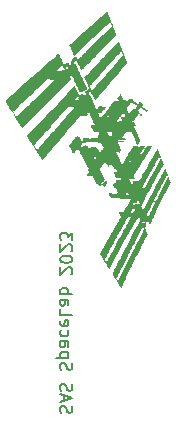
<source format=gbr>
%TF.GenerationSoftware,KiCad,Pcbnew,(6.0.7)*%
%TF.CreationDate,2022-10-21T23:48:18+08:00*%
%TF.ProjectId,pcb_rear,7063625f-7265-4617-922e-6b696361645f,rev?*%
%TF.SameCoordinates,Original*%
%TF.FileFunction,Legend,Bot*%
%TF.FilePolarity,Positive*%
%FSLAX46Y46*%
G04 Gerber Fmt 4.6, Leading zero omitted, Abs format (unit mm)*
G04 Created by KiCad (PCBNEW (6.0.7)) date 2022-10-21 23:48:18*
%MOMM*%
%LPD*%
G01*
G04 APERTURE LIST*
%ADD10C,0.200000*%
G04 APERTURE END LIST*
D10*
X-2804761Y-25873809D02*
X-2852380Y-25726666D01*
X-2852380Y-25481428D01*
X-2804761Y-25383333D01*
X-2757142Y-25334285D01*
X-2661904Y-25285238D01*
X-2566666Y-25285238D01*
X-2471428Y-25334285D01*
X-2423809Y-25383333D01*
X-2376190Y-25481428D01*
X-2328571Y-25677619D01*
X-2280952Y-25775714D01*
X-2233333Y-25824761D01*
X-2138095Y-25873809D01*
X-2042857Y-25873809D01*
X-1947619Y-25824761D01*
X-1900000Y-25775714D01*
X-1852380Y-25677619D01*
X-1852380Y-25432380D01*
X-1899999Y-25285238D01*
X-2566666Y-24892857D02*
X-2566666Y-24402380D01*
X-2852380Y-24990952D02*
X-1852380Y-24647619D01*
X-2852380Y-24304285D01*
X-2804761Y-24010000D02*
X-2852380Y-23862857D01*
X-2852380Y-23617619D01*
X-2804761Y-23519523D01*
X-2757142Y-23470476D01*
X-2661904Y-23421428D01*
X-2566666Y-23421428D01*
X-2471428Y-23470476D01*
X-2423809Y-23519523D01*
X-2376190Y-23617619D01*
X-2328571Y-23813809D01*
X-2280952Y-23911904D01*
X-2233333Y-23960952D01*
X-2138095Y-24010000D01*
X-2042857Y-24010000D01*
X-1947619Y-23960952D01*
X-1899999Y-23911904D01*
X-1852380Y-23813809D01*
X-1852380Y-23568571D01*
X-1899999Y-23421428D01*
X-2804761Y-22244285D02*
X-2852380Y-22097142D01*
X-2852380Y-21851904D01*
X-2804761Y-21753809D01*
X-2757142Y-21704761D01*
X-2661904Y-21655714D01*
X-2566666Y-21655714D01*
X-2471428Y-21704761D01*
X-2423809Y-21753809D01*
X-2376190Y-21851904D01*
X-2328571Y-22048095D01*
X-2280952Y-22146190D01*
X-2233333Y-22195238D01*
X-2138095Y-22244285D01*
X-2042857Y-22244285D01*
X-1947619Y-22195238D01*
X-1899999Y-22146190D01*
X-1852380Y-22048095D01*
X-1852380Y-21802857D01*
X-1899999Y-21655714D01*
X-2185714Y-21214285D02*
X-3185714Y-21214285D01*
X-2233333Y-21214285D02*
X-2185714Y-21116190D01*
X-2185714Y-20920000D01*
X-2233333Y-20821904D01*
X-2280952Y-20772857D01*
X-2376190Y-20723809D01*
X-2661904Y-20723809D01*
X-2757142Y-20772857D01*
X-2804761Y-20821904D01*
X-2852380Y-20920000D01*
X-2852380Y-21116190D01*
X-2804761Y-21214285D01*
X-2852380Y-19840952D02*
X-2328571Y-19840952D01*
X-2233333Y-19890000D01*
X-2185714Y-19988095D01*
X-2185714Y-20184285D01*
X-2233333Y-20282380D01*
X-2804761Y-19840952D02*
X-2852380Y-19939047D01*
X-2852380Y-20184285D01*
X-2804761Y-20282380D01*
X-2709523Y-20331428D01*
X-2614285Y-20331428D01*
X-2519047Y-20282380D01*
X-2471428Y-20184285D01*
X-2471428Y-19939047D01*
X-2423809Y-19840952D01*
X-2804761Y-18909047D02*
X-2852380Y-19007142D01*
X-2852380Y-19203333D01*
X-2804761Y-19301428D01*
X-2757142Y-19350476D01*
X-2661904Y-19399523D01*
X-2376190Y-19399523D01*
X-2280952Y-19350476D01*
X-2233333Y-19301428D01*
X-2185714Y-19203333D01*
X-2185714Y-19007142D01*
X-2233333Y-18909047D01*
X-2804761Y-18075238D02*
X-2852380Y-18173333D01*
X-2852380Y-18369523D01*
X-2804761Y-18467619D01*
X-2709523Y-18516666D01*
X-2328571Y-18516666D01*
X-2233333Y-18467619D01*
X-2185714Y-18369523D01*
X-2185714Y-18173333D01*
X-2233333Y-18075238D01*
X-2328571Y-18026190D01*
X-2423809Y-18026190D01*
X-2519047Y-18516666D01*
X-2852380Y-17094285D02*
X-2852380Y-17584761D01*
X-1852380Y-17584761D01*
X-2852380Y-16309523D02*
X-2328571Y-16309523D01*
X-2233333Y-16358571D01*
X-2185714Y-16456666D01*
X-2185714Y-16652857D01*
X-2233333Y-16750952D01*
X-2804761Y-16309523D02*
X-2852380Y-16407619D01*
X-2852380Y-16652857D01*
X-2804761Y-16750952D01*
X-2709523Y-16800000D01*
X-2614285Y-16800000D01*
X-2519047Y-16750952D01*
X-2471428Y-16652857D01*
X-2471428Y-16407619D01*
X-2423809Y-16309523D01*
X-2852380Y-15819047D02*
X-1852380Y-15819047D01*
X-2233333Y-15819047D02*
X-2185714Y-15720952D01*
X-2185714Y-15524761D01*
X-2233333Y-15426666D01*
X-2280952Y-15377619D01*
X-2376190Y-15328571D01*
X-2661904Y-15328571D01*
X-2757142Y-15377619D01*
X-2804761Y-15426666D01*
X-2852380Y-15524761D01*
X-2852380Y-15720952D01*
X-2804761Y-15819047D01*
X-1947619Y-14151428D02*
X-1899999Y-14102380D01*
X-1852380Y-14004285D01*
X-1852380Y-13759047D01*
X-1899999Y-13660952D01*
X-1947619Y-13611904D01*
X-2042857Y-13562857D01*
X-2138095Y-13562857D01*
X-2280952Y-13611904D01*
X-2852380Y-14200476D01*
X-2852380Y-13562857D01*
X-1852380Y-12925238D02*
X-1852380Y-12827142D01*
X-1899999Y-12729047D01*
X-1947619Y-12680000D01*
X-2042857Y-12630952D01*
X-2233333Y-12581904D01*
X-2471428Y-12581904D01*
X-2661904Y-12630952D01*
X-2757142Y-12680000D01*
X-2804761Y-12729047D01*
X-2852380Y-12827142D01*
X-2852380Y-12925238D01*
X-2804761Y-13023333D01*
X-2757142Y-13072380D01*
X-2661904Y-13121428D01*
X-2471428Y-13170476D01*
X-2233333Y-13170476D01*
X-2042857Y-13121428D01*
X-1947619Y-13072380D01*
X-1899999Y-13023333D01*
X-1852380Y-12925238D01*
X-1947619Y-12189523D02*
X-1899999Y-12140476D01*
X-1852380Y-12042380D01*
X-1852380Y-11797142D01*
X-1899999Y-11699047D01*
X-1947619Y-11650000D01*
X-2042857Y-11600952D01*
X-2138095Y-11600952D01*
X-2280952Y-11650000D01*
X-2852380Y-12238571D01*
X-2852380Y-11600952D01*
X-1852380Y-11257619D02*
X-1852380Y-10620000D01*
X-2233333Y-10963333D01*
X-2233333Y-10816190D01*
X-2280952Y-10718095D01*
X-2328571Y-10669047D01*
X-2423809Y-10620000D01*
X-2661904Y-10620000D01*
X-2757142Y-10669047D01*
X-2804761Y-10718095D01*
X-2852380Y-10816190D01*
X-2852380Y-11110476D01*
X-2804761Y-11208571D01*
X-2757142Y-11257619D01*
%TO.C,G\u002A\u002A\u002A*%
G36*
X-2334908Y-2080026D02*
G01*
X-2478003Y-2247202D01*
X-2623305Y-2416942D01*
X-2769136Y-2587284D01*
X-2913819Y-2756271D01*
X-3055673Y-2921941D01*
X-3193022Y-3082336D01*
X-3324187Y-3235494D01*
X-3447490Y-3379457D01*
X-3561252Y-3512264D01*
X-3663795Y-3631956D01*
X-3753441Y-3736572D01*
X-3828511Y-3824153D01*
X-3897143Y-3904383D01*
X-3992383Y-4016372D01*
X-4077907Y-4117747D01*
X-4152752Y-4207336D01*
X-4215954Y-4283969D01*
X-4266549Y-4346474D01*
X-4303573Y-4393678D01*
X-4326063Y-4424411D01*
X-4333054Y-4437500D01*
X-4329275Y-4449675D01*
X-4318503Y-4478979D01*
X-4318328Y-4479407D01*
X-4315550Y-4493637D01*
X-4326728Y-4498877D01*
X-4357241Y-4497729D01*
X-4405313Y-4493750D01*
X-4768689Y-3906250D01*
X-4839289Y-3792114D01*
X-4842123Y-3787533D01*
X-4924007Y-3655167D01*
X-5011844Y-3513192D01*
X-5100090Y-3370569D01*
X-5186032Y-3231682D01*
X-5199798Y-3209438D01*
X-5084308Y-3209438D01*
X-5084149Y-3211569D01*
X-5075697Y-3230732D01*
X-5056957Y-3265165D01*
X-5030474Y-3310772D01*
X-4998794Y-3363461D01*
X-4964463Y-3419135D01*
X-4930026Y-3473702D01*
X-4898027Y-3523066D01*
X-4871014Y-3563133D01*
X-4851531Y-3589809D01*
X-4842123Y-3598999D01*
X-4841463Y-3598448D01*
X-4828702Y-3584894D01*
X-4800584Y-3554004D01*
X-4758079Y-3506871D01*
X-4702155Y-3444584D01*
X-4633782Y-3368236D01*
X-4553929Y-3278916D01*
X-4463566Y-3177716D01*
X-4363661Y-3065727D01*
X-4255184Y-2944039D01*
X-4139104Y-2813745D01*
X-4016390Y-2675934D01*
X-3888012Y-2531699D01*
X-3754939Y-2382129D01*
X-3618140Y-2228316D01*
X-3478585Y-2071351D01*
X-3337242Y-1912324D01*
X-3195081Y-1752328D01*
X-3053072Y-1592452D01*
X-2912183Y-1433789D01*
X-2773384Y-1277428D01*
X-2637643Y-1124461D01*
X-2505931Y-975978D01*
X-2379217Y-833072D01*
X-2258469Y-696832D01*
X-2144657Y-568350D01*
X-2038751Y-448718D01*
X-1941719Y-339024D01*
X-1854531Y-240362D01*
X-1778157Y-153822D01*
X-1713564Y-80494D01*
X-1661724Y-21470D01*
X-1623604Y22159D01*
X-1600174Y49302D01*
X-1592404Y58869D01*
X-1593877Y58912D01*
X-1612178Y54568D01*
X-1646715Y44624D01*
X-1691729Y30715D01*
X-1744702Y15230D01*
X-1789357Y6812D01*
X-1835209Y4855D01*
X-1894012Y8041D01*
X-1991550Y9941D01*
X-2094482Y-126D01*
X-2189576Y-16392D01*
X-3635413Y-1608259D01*
X-3671754Y-1648272D01*
X-3825386Y-1817471D01*
X-3974254Y-1981490D01*
X-4117497Y-2139376D01*
X-4254254Y-2290179D01*
X-4383665Y-2432947D01*
X-4504867Y-2566730D01*
X-4617001Y-2690575D01*
X-4719206Y-2803532D01*
X-4810621Y-2904649D01*
X-4890385Y-2992974D01*
X-4957636Y-3067558D01*
X-5011516Y-3127447D01*
X-5051161Y-3171691D01*
X-5075712Y-3199338D01*
X-5084308Y-3209438D01*
X-5199798Y-3209438D01*
X-5266960Y-3100912D01*
X-5340162Y-2982641D01*
X-5402927Y-2881250D01*
X-5428807Y-2839390D01*
X-5485527Y-2747227D01*
X-5537346Y-2662454D01*
X-5582878Y-2587375D01*
X-5620735Y-2524295D01*
X-5649531Y-2475519D01*
X-5667880Y-2443351D01*
X-5674394Y-2430096D01*
X-5669399Y-2423779D01*
X-5648240Y-2400195D01*
X-5611242Y-2360018D01*
X-5559205Y-2304093D01*
X-5492929Y-2233269D01*
X-5413213Y-2148390D01*
X-5320857Y-2050304D01*
X-5216662Y-1939857D01*
X-5101428Y-1817896D01*
X-4975954Y-1685267D01*
X-4841040Y-1542817D01*
X-4697487Y-1391392D01*
X-4546094Y-1231838D01*
X-4387661Y-1065003D01*
X-4222989Y-891733D01*
X-4052877Y-712874D01*
X-3878125Y-529273D01*
X-3773427Y-419313D01*
X-3597615Y-234659D01*
X-3425402Y-53780D01*
X-3257699Y122370D01*
X-3095414Y292835D01*
X-2939458Y456659D01*
X-2790738Y612887D01*
X-2788166Y615589D01*
X-1614217Y615589D01*
X-1574729Y609793D01*
X-1572902Y609558D01*
X-1539910Y609546D01*
X-1490414Y613899D01*
X-1431695Y621665D01*
X-1371035Y631893D01*
X-1315716Y643633D01*
X-1287682Y650430D01*
X-1306665Y685848D01*
X-1099508Y685848D01*
X-1089071Y682212D01*
X-1063516Y685020D01*
X-1031063Y692411D01*
X-999935Y702523D01*
X-978353Y713492D01*
X-964156Y724220D01*
X-952203Y732801D01*
X-951841Y733484D01*
X-956072Y747935D01*
X-968430Y774382D01*
X-988704Y813588D01*
X-1043856Y753669D01*
X-1070716Y723578D01*
X-1091402Y698523D01*
X-1099503Y686053D01*
X-1099508Y685848D01*
X-1306665Y685848D01*
X-1312591Y696905D01*
X-1317389Y706095D01*
X-1334210Y749576D01*
X-1334058Y785869D01*
X-1317271Y824136D01*
X-1307842Y841782D01*
X-1303930Y864889D01*
X-1314789Y892250D01*
X-1332535Y926119D01*
X-1443560Y803684D01*
X-1447902Y798896D01*
X-1492163Y750091D01*
X-1532534Y705582D01*
X-1564714Y670111D01*
X-1584401Y648419D01*
X-1614217Y615589D01*
X-2788166Y615589D01*
X-2650165Y760564D01*
X-2518648Y898734D01*
X-2397096Y1026442D01*
X-2286419Y1142734D01*
X-2187526Y1246652D01*
X-2101326Y1337242D01*
X-2028728Y1413549D01*
X-1970643Y1474618D01*
X-1927978Y1519492D01*
X-1901645Y1547217D01*
X-1848733Y1602341D01*
X-1786953Y1664258D01*
X-1738904Y1708862D01*
X-1703320Y1737312D01*
X-1678932Y1750764D01*
X-1672564Y1752801D01*
X-1644883Y1759930D01*
X-1631306Y1760473D01*
X-1631266Y1760427D01*
X-1624592Y1747877D01*
X-1608225Y1715466D01*
X-1583413Y1665711D01*
X-1551405Y1601129D01*
X-1513448Y1524239D01*
X-1470789Y1437557D01*
X-1424677Y1343602D01*
X-1222567Y931250D01*
X-1154154Y1004652D01*
X-1130960Y1029260D01*
X-1103334Y1055964D01*
X-1082557Y1069609D01*
X-1062589Y1073657D01*
X-1037388Y1071570D01*
X-1022292Y1069968D01*
X-990151Y1072830D01*
X-967580Y1088792D01*
X-954613Y1100941D01*
X-926839Y1110918D01*
X-897018Y1098326D01*
X-862499Y1062500D01*
X-839292Y1036157D01*
X-809463Y1016750D01*
X-776068Y1016714D01*
X-731294Y1034375D01*
X-712941Y1043717D01*
X-695429Y1057618D01*
X-690751Y1077414D01*
X-694478Y1112500D01*
X-700174Y1140933D01*
X-714746Y1191827D01*
X-733068Y1241721D01*
X-738854Y1255957D01*
X-752605Y1301458D01*
X-750332Y1330362D01*
X-730974Y1345574D01*
X-693469Y1350000D01*
X-678669Y1351116D01*
X-661663Y1357063D01*
X-642392Y1370820D01*
X-617541Y1395334D01*
X-583798Y1433553D01*
X-537849Y1488424D01*
X-493443Y1542515D01*
X-462256Y1582304D01*
X-443025Y1610333D01*
X-433579Y1630246D01*
X-431745Y1645687D01*
X-435348Y1660299D01*
X-441592Y1675472D01*
X-457344Y1711838D01*
X-478006Y1758781D01*
X-384097Y1758781D01*
X-381461Y1740510D01*
X-369594Y1712705D01*
X-360822Y1691129D01*
X-363318Y1660970D01*
X-366396Y1653551D01*
X-361975Y1638646D01*
X-336942Y1624769D01*
X-327447Y1620409D01*
X-287397Y1591454D01*
X-257193Y1553023D01*
X-239528Y1511021D01*
X-237095Y1471349D01*
X-252589Y1439910D01*
X-253507Y1438972D01*
X-260050Y1423080D01*
X-246339Y1403482D01*
X-238852Y1396358D01*
X-223389Y1389046D01*
X-208108Y1400446D01*
X-207498Y1401117D01*
X-194383Y1415836D01*
X-166085Y1447732D01*
X-123789Y1495468D01*
X-68681Y1557702D01*
X-1946Y1633097D01*
X75231Y1720313D01*
X161665Y1818010D01*
X256170Y1924850D01*
X357563Y2039492D01*
X464657Y2160599D01*
X576267Y2286830D01*
X755236Y2489257D01*
X969181Y2731246D01*
X1167152Y2955170D01*
X1349477Y3161398D01*
X1516487Y3350305D01*
X1668508Y3522261D01*
X1805870Y3677637D01*
X1928902Y3816807D01*
X2037932Y3940141D01*
X2133288Y4048011D01*
X2215300Y4140790D01*
X2284295Y4218848D01*
X2340603Y4282558D01*
X2384553Y4332291D01*
X2416472Y4368419D01*
X2436690Y4391314D01*
X2445534Y4401347D01*
X2450135Y4408237D01*
X2452775Y4421819D01*
X2449778Y4443114D01*
X2440169Y4475972D01*
X2422970Y4524240D01*
X2397204Y4591767D01*
X2386519Y4619021D01*
X2363601Y4675125D01*
X2344043Y4719862D01*
X2329643Y4749215D01*
X2322201Y4759169D01*
X2320581Y4757713D01*
X2305000Y4741329D01*
X2273495Y4707275D01*
X2226659Y4656204D01*
X2165083Y4588770D01*
X2089359Y4505625D01*
X2000078Y4407423D01*
X1897832Y4294816D01*
X1783213Y4168458D01*
X1656813Y4029003D01*
X1519223Y3877102D01*
X1371035Y3713410D01*
X1212840Y3538579D01*
X1045231Y3353264D01*
X868798Y3158116D01*
X684135Y2953788D01*
X491831Y2740936D01*
X292480Y2520210D01*
X86673Y2292265D01*
X-125000Y2057753D01*
X-151279Y2028572D01*
X-213169Y1959330D01*
X-268588Y1896610D01*
X-315463Y1842803D01*
X-351722Y1800301D01*
X-375291Y1771496D01*
X-384097Y1758781D01*
X-478006Y1758781D01*
X-481040Y1765674D01*
X-511417Y1834136D01*
X-547211Y1914377D01*
X-587159Y2003550D01*
X-629998Y2098809D01*
X-668459Y2184452D01*
X-707625Y2272292D01*
X-742279Y2350670D01*
X-771256Y2416923D01*
X-793394Y2468392D01*
X-807529Y2502416D01*
X-812500Y2516333D01*
X-812407Y2516942D01*
X-802565Y2531827D01*
X-778836Y2560277D01*
X-744548Y2598455D01*
X-703030Y2642523D01*
X-681799Y2664698D01*
X-643338Y2705040D01*
X-590025Y2761060D01*
X-523081Y2831471D01*
X-443726Y2914988D01*
X-353179Y3010325D01*
X-252661Y3116195D01*
X-143391Y3231312D01*
X-26589Y3354391D01*
X96524Y3484145D01*
X224730Y3619289D01*
X356807Y3758536D01*
X491536Y3900600D01*
X627698Y4044195D01*
X764071Y4188035D01*
X899437Y4330834D01*
X1032575Y4471306D01*
X1162266Y4608165D01*
X1287288Y4740125D01*
X1406424Y4865900D01*
X1518452Y4984203D01*
X1622152Y5093750D01*
X1685441Y5160501D01*
X1777689Y5257157D01*
X1855291Y5337384D01*
X1919643Y5402435D01*
X1972137Y5453565D01*
X2014169Y5492029D01*
X2047133Y5519080D01*
X2072423Y5535974D01*
X2091434Y5543965D01*
X2105558Y5544307D01*
X2116192Y5538255D01*
X2116949Y5536973D01*
X2125104Y5518154D01*
X2141103Y5478767D01*
X2164105Y5420993D01*
X2193268Y5347016D01*
X2227749Y5259017D01*
X2266707Y5159180D01*
X2309300Y5049686D01*
X2354685Y4932719D01*
X2402021Y4810461D01*
X2450465Y4685094D01*
X2499176Y4558802D01*
X2547312Y4433765D01*
X2594030Y4312168D01*
X2638488Y4196193D01*
X2679846Y4088021D01*
X2717259Y3989836D01*
X2749887Y3903820D01*
X2776888Y3832156D01*
X2797419Y3777026D01*
X2810638Y3740613D01*
X2815704Y3725099D01*
X2809006Y3710312D01*
X2779593Y3700099D01*
X2776953Y3699495D01*
X2767214Y3694952D01*
X2754010Y3685405D01*
X2736292Y3669674D01*
X2713012Y3646579D01*
X2683122Y3614938D01*
X2645573Y3573571D01*
X2599317Y3521297D01*
X2543305Y3456936D01*
X2476489Y3379307D01*
X2397821Y3287230D01*
X2306252Y3179523D01*
X2200734Y3055006D01*
X2080219Y2912500D01*
X1939336Y2745790D01*
X1736449Y2505710D01*
X1548807Y2283674D01*
X1375875Y2079044D01*
X1217112Y1891186D01*
X1071982Y1719461D01*
X939946Y1563233D01*
X820466Y1421867D01*
X713005Y1294725D01*
X617023Y1181171D01*
X531983Y1080568D01*
X457347Y992280D01*
X392577Y915670D01*
X337135Y850102D01*
X290482Y794939D01*
X252081Y749544D01*
X221393Y713282D01*
X197881Y685516D01*
X181006Y665608D01*
X170230Y652923D01*
X165016Y646824D01*
X161326Y642334D01*
X152540Y620797D01*
X160595Y592940D01*
X164042Y585271D01*
X168764Y568630D01*
X158724Y563321D01*
X128860Y564865D01*
X82563Y568750D01*
X-110158Y977503D01*
X-223389Y1217660D01*
X-302880Y1386256D01*
X-357690Y1318971D01*
X-358382Y1318120D01*
X-385670Y1282839D01*
X-405098Y1254459D01*
X-412500Y1239051D01*
X-416904Y1228311D01*
X-434805Y1210083D01*
X-447957Y1194917D01*
X-453408Y1169724D01*
X-452301Y1127421D01*
X-447492Y1061093D01*
X-396901Y1064921D01*
X-346311Y1068750D01*
X-154865Y668750D01*
X-131480Y619849D01*
X-84953Y522113D01*
X-47844Y443135D01*
X-19095Y380317D01*
X2350Y331061D01*
X17550Y292770D01*
X27562Y262847D01*
X33443Y238693D01*
X36250Y217712D01*
X37040Y197305D01*
X37123Y190758D01*
X41449Y143467D01*
X54609Y99483D01*
X79887Y47305D01*
X91309Y25456D01*
X118357Y-29429D01*
X147981Y-92629D01*
X175555Y-154395D01*
X188833Y-184693D01*
X209412Y-228656D01*
X223768Y-253372D01*
X233665Y-261586D01*
X240866Y-256043D01*
X242608Y-252234D01*
X247681Y-222886D01*
X246340Y-185671D01*
X239785Y-136796D01*
X282393Y-144790D01*
X308268Y-148331D01*
X322010Y-143488D01*
X325000Y-125999D01*
X328354Y-108971D01*
X342449Y-92520D01*
X343011Y-92294D01*
X354474Y-75936D01*
X354459Y-39788D01*
X356388Y9158D01*
X379134Y56218D01*
X425183Y97613D01*
X455418Y114866D01*
X488831Y122879D01*
X534182Y121976D01*
X568651Y117077D01*
X614830Y100203D01*
X641574Y74239D01*
X646410Y40974D01*
X644851Y28327D01*
X651722Y15464D01*
X676904Y12500D01*
X706255Y8754D01*
X737670Y-3007D01*
X761787Y-12255D01*
X787331Y-3007D01*
X803091Y3515D01*
X838529Y10066D01*
X880774Y12555D01*
X921950Y11022D01*
X954183Y5508D01*
X969596Y-3947D01*
X969831Y-4625D01*
X968265Y-27034D01*
X956781Y-57072D01*
X943478Y-91276D01*
X937497Y-125000D01*
X934132Y-140749D01*
X916202Y-175681D01*
X886447Y-215625D01*
X877465Y-225942D01*
X847305Y-256186D01*
X822158Y-271044D01*
X795129Y-275000D01*
X769840Y-279573D01*
X734315Y-303458D01*
X709398Y-342508D01*
X700000Y-390744D01*
X695497Y-425932D01*
X676193Y-453522D01*
X640941Y-462500D01*
X619915Y-467742D01*
X600000Y-493750D01*
X598854Y-496724D01*
X591932Y-510187D01*
X580652Y-518515D01*
X559853Y-522939D01*
X524376Y-524690D01*
X469060Y-525000D01*
X438091Y-525276D01*
X392766Y-526867D01*
X361596Y-529558D01*
X350000Y-532985D01*
X354369Y-545804D01*
X367454Y-577178D01*
X387196Y-622339D01*
X411510Y-676727D01*
X438312Y-735782D01*
X465519Y-794943D01*
X491045Y-849651D01*
X512807Y-895345D01*
X528719Y-927466D01*
X536699Y-941453D01*
X544279Y-940048D01*
X561169Y-922417D01*
X581795Y-891453D01*
X587722Y-882114D01*
X614537Y-846226D01*
X653302Y-799532D01*
X699766Y-747035D01*
X749679Y-693741D01*
X811783Y-627196D01*
X869786Y-558194D01*
X920648Y-488141D01*
X971113Y-408345D01*
X1026601Y-321623D01*
X1100880Y-222204D01*
X1189286Y-120855D01*
X1238497Y-66079D01*
X1282266Y-11429D01*
X1732015Y-11429D01*
X1736765Y-22236D01*
X1760308Y-25000D01*
X1774201Y-23446D01*
X1801679Y-11133D01*
X1832256Y15236D01*
X1867838Y57794D01*
X1910333Y118671D01*
X1961648Y200000D01*
X1992685Y249696D01*
X2028599Y304844D01*
X2060663Y351756D01*
X2084440Y383791D01*
X2099858Y403982D01*
X2118000Y437114D01*
X2118936Y461916D01*
X2112303Y477214D01*
X2101922Y487500D01*
X2098672Y485972D01*
X2080593Y471300D01*
X2051613Y444398D01*
X2016237Y409375D01*
X1968819Y355078D01*
X1912179Y277308D01*
X1856036Y187500D01*
X1850500Y177976D01*
X1818538Y123685D01*
X1790380Y76950D01*
X1768897Y42484D01*
X1756965Y25000D01*
X1745807Y11192D01*
X1732015Y-11429D01*
X1282266Y-11429D01*
X1325570Y42640D01*
X1396474Y150000D01*
X1450201Y234000D01*
X1511274Y312706D01*
X1585153Y391560D01*
X1696124Y501870D01*
X1886339Y522289D01*
X1932617Y527376D01*
X1993165Y534770D01*
X2034001Y541223D01*
X2058400Y547440D01*
X2069636Y554124D01*
X2070982Y561979D01*
X2069183Y567315D01*
X2058677Y594209D01*
X2041822Y634921D01*
X2021296Y682933D01*
X1977183Y784617D01*
X2114953Y954808D01*
X2153610Y1002164D01*
X2194410Y1051186D01*
X2227653Y1090061D01*
X2250656Y1115661D01*
X2260737Y1124857D01*
X2263201Y1121770D01*
X2274238Y1099878D01*
X2292362Y1059739D01*
X2316149Y1004629D01*
X2344170Y937821D01*
X2375000Y862591D01*
X2384280Y839617D01*
X2416312Y759626D01*
X2441183Y699197D01*
X2461508Y655791D01*
X2479902Y626868D01*
X2498977Y609889D01*
X2521347Y602316D01*
X2549628Y601608D01*
X2586433Y605226D01*
X2634375Y610631D01*
X2640918Y611273D01*
X2683527Y614703D01*
X2713606Y615829D01*
X2725000Y614396D01*
X2721750Y609286D01*
X2705130Y588736D01*
X2677596Y556614D01*
X2642740Y517164D01*
X2626070Y498508D01*
X2594533Y462185D01*
X2576191Y437356D01*
X2568519Y418939D01*
X2568991Y401849D01*
X2575081Y381006D01*
X2589683Y336761D01*
X2625462Y384005D01*
X2641189Y403504D01*
X2674095Y441569D01*
X2715086Y487056D01*
X2758745Y533878D01*
X2856250Y636506D01*
X3057844Y655753D01*
X3100112Y659718D01*
X3167852Y665776D01*
X3226081Y670621D01*
X3269675Y673835D01*
X3293514Y675000D01*
X3327590Y675000D01*
X3288795Y630815D01*
X3276783Y616666D01*
X3257746Y591602D01*
X3250430Y577690D01*
X3250788Y577026D01*
X3264299Y566116D01*
X3294686Y544697D01*
X3338307Y515130D01*
X3391522Y479779D01*
X3450686Y441004D01*
X3512160Y401169D01*
X3572301Y362636D01*
X3627466Y327768D01*
X3674014Y298925D01*
X3708303Y278472D01*
X3726690Y268770D01*
X3731331Y267395D01*
X3745329Y273217D01*
X3754401Y300126D01*
X3755946Y306258D01*
X3772930Y342173D01*
X3798889Y375811D01*
X3825629Y396514D01*
X3878391Y412876D01*
X3940998Y406749D01*
X4012765Y378125D01*
X4035296Y365177D01*
X4086282Y321237D01*
X4115609Y266493D01*
X4125000Y198181D01*
X4125000Y198112D01*
X4122311Y158457D01*
X4110943Y131905D01*
X4085931Y106847D01*
X4076721Y98851D01*
X4057125Y79403D01*
X4051556Y69481D01*
X4056674Y65950D01*
X4080108Y50648D01*
X4119759Y25089D01*
X4172650Y-8817D01*
X4235806Y-49159D01*
X4306250Y-94028D01*
X4352177Y-123265D01*
X4418344Y-165478D01*
X4475342Y-201952D01*
X4520187Y-230772D01*
X4549893Y-250024D01*
X4561478Y-257792D01*
X4562278Y-264528D01*
X4552976Y-287566D01*
X4533475Y-320232D01*
X4507144Y-356411D01*
X4478794Y-391965D01*
X4236272Y-237668D01*
X4199986Y-214580D01*
X4131624Y-171071D01*
X4070828Y-132362D01*
X4020979Y-100607D01*
X3985461Y-77961D01*
X3967655Y-66578D01*
X3953409Y-59263D01*
X3939915Y-61220D01*
X3923835Y-77289D01*
X3899796Y-110988D01*
X3899216Y-111834D01*
X3855041Y-162929D01*
X3806350Y-197299D01*
X3790268Y-205346D01*
X3766396Y-221448D01*
X3756844Y-241212D01*
X3755460Y-273898D01*
X3755655Y-280247D01*
X3758947Y-303846D01*
X3768144Y-328645D01*
X3785756Y-359158D01*
X3814288Y-399902D01*
X3856250Y-455391D01*
X3862221Y-463130D01*
X3908165Y-520528D01*
X3943306Y-559581D01*
X3970041Y-582729D01*
X3990764Y-592413D01*
X4009766Y-598468D01*
X4036357Y-622484D01*
X4043095Y-659574D01*
X4029170Y-707316D01*
X4013549Y-733338D01*
X3982518Y-758162D01*
X3947668Y-759680D01*
X3912102Y-737102D01*
X3894803Y-713759D01*
X3892618Y-687743D01*
X3904911Y-650000D01*
X3903061Y-632931D01*
X3887549Y-599962D01*
X3860006Y-557142D01*
X3807355Y-483034D01*
X3791410Y-522111D01*
X3782568Y-538812D01*
X3760883Y-574707D01*
X3728929Y-625207D01*
X3688785Y-687077D01*
X3642533Y-757080D01*
X3592252Y-831980D01*
X3557033Y-883900D01*
X3507249Y-956453D01*
X3467937Y-1012128D01*
X3437074Y-1053461D01*
X3412637Y-1082989D01*
X3392602Y-1103249D01*
X3374946Y-1116778D01*
X3357645Y-1126112D01*
X3343917Y-1132059D01*
X3309545Y-1144601D01*
X3286494Y-1149726D01*
X3274151Y-1155449D01*
X3250599Y-1177126D01*
X3224519Y-1209375D01*
X3206775Y-1235753D01*
X3197242Y-1253486D01*
X3200525Y-1255086D01*
X3200580Y-1255045D01*
X3221472Y-1248412D01*
X3253323Y-1246557D01*
X3287169Y-1248870D01*
X3314049Y-1254741D01*
X3325001Y-1263559D01*
X3326818Y-1267437D01*
X3344130Y-1281982D01*
X3373819Y-1299398D01*
X3380853Y-1303087D01*
X3434250Y-1341572D01*
X3465086Y-1388233D01*
X3475000Y-1445436D01*
X3475645Y-1466814D01*
X3481221Y-1492424D01*
X3493750Y-1500000D01*
X3505981Y-1506117D01*
X3512500Y-1531250D01*
X3512474Y-1533829D01*
X3506056Y-1556444D01*
X3484375Y-1562692D01*
X3464842Y-1564291D01*
X3436302Y-1578022D01*
X3413230Y-1610688D01*
X3409272Y-1620783D01*
X3408090Y-1635819D01*
X3411719Y-1657261D01*
X3421188Y-1688413D01*
X3437527Y-1732581D01*
X3461763Y-1793071D01*
X3494926Y-1873188D01*
X3500539Y-1886604D01*
X3530632Y-1957109D01*
X3558131Y-2019282D01*
X3581328Y-2069418D01*
X3598518Y-2103809D01*
X3607994Y-2118750D01*
X3609241Y-2120036D01*
X3620555Y-2139490D01*
X3639046Y-2177900D01*
X3663285Y-2231776D01*
X3691847Y-2297626D01*
X3723304Y-2371959D01*
X3756232Y-2451285D01*
X3789202Y-2532111D01*
X3820788Y-2610946D01*
X3849565Y-2684300D01*
X3874105Y-2748681D01*
X3892981Y-2800598D01*
X3904769Y-2836560D01*
X3908040Y-2853074D01*
X3900700Y-2868374D01*
X3883020Y-2899640D01*
X3857618Y-2942537D01*
X3827062Y-2992929D01*
X3793923Y-3046679D01*
X3760770Y-3099653D01*
X3730171Y-3147715D01*
X3704698Y-3186729D01*
X3686919Y-3212559D01*
X3679403Y-3221070D01*
X3675321Y-3213894D01*
X3662494Y-3186452D01*
X3642751Y-3141854D01*
X3617488Y-3083445D01*
X3588101Y-3014569D01*
X3555986Y-2938573D01*
X3522538Y-2858801D01*
X3489154Y-2778597D01*
X3457229Y-2701308D01*
X3428160Y-2630277D01*
X3403341Y-2568851D01*
X3384169Y-2520374D01*
X3372040Y-2488192D01*
X3368350Y-2475649D01*
X3365886Y-2465128D01*
X3354658Y-2433910D01*
X3335496Y-2384770D01*
X3309479Y-2320378D01*
X3277687Y-2243403D01*
X3241201Y-2156514D01*
X3201100Y-2062378D01*
X3157073Y-1959865D01*
X3119289Y-1872514D01*
X3088921Y-1803534D01*
X3064748Y-1750556D01*
X3045548Y-1711211D01*
X3030102Y-1683128D01*
X3017187Y-1663939D01*
X3005584Y-1651274D01*
X2994071Y-1642764D01*
X2981427Y-1636038D01*
X2972524Y-1631613D01*
X2955465Y-1622339D01*
X2940114Y-1613993D01*
X2919095Y-1600287D01*
X2905826Y-1597226D01*
X2884170Y-1609160D01*
X2851370Y-1639072D01*
X2799460Y-1690982D01*
X3008246Y-1674042D01*
X3092329Y-1871659D01*
X3103089Y-1897181D01*
X3133089Y-1971588D01*
X3154437Y-2030148D01*
X3166368Y-2070652D01*
X3168119Y-2090889D01*
X3167331Y-2092755D01*
X3159967Y-2101397D01*
X3144604Y-2107132D01*
X3116994Y-2110537D01*
X3072888Y-2112191D01*
X3008038Y-2112671D01*
X2948411Y-2113288D01*
X2893599Y-2114918D01*
X2851728Y-2117305D01*
X2828826Y-2120196D01*
X2813206Y-2121974D01*
X2797662Y-2111814D01*
X2782589Y-2082525D01*
X2778708Y-2073519D01*
X2765974Y-2047827D01*
X2757968Y-2037500D01*
X2757824Y-2037546D01*
X2748499Y-2048552D01*
X2727264Y-2076771D01*
X2696322Y-2119088D01*
X2657875Y-2172387D01*
X2614126Y-2233553D01*
X2567277Y-2299471D01*
X2520140Y-2366163D01*
X2519529Y-2367027D01*
X2473085Y-2433104D01*
X2430147Y-2494587D01*
X2392917Y-2548362D01*
X2363598Y-2591314D01*
X2344392Y-2620326D01*
X2337500Y-2632285D01*
X2337791Y-2632736D01*
X2352899Y-2634724D01*
X2387563Y-2635079D01*
X2437112Y-2633839D01*
X2496876Y-2631040D01*
X2507865Y-2630440D01*
X2565119Y-2627977D01*
X2610532Y-2627133D01*
X2639736Y-2627926D01*
X2648363Y-2630377D01*
X2635954Y-2636810D01*
X2603296Y-2647996D01*
X2556842Y-2661512D01*
X2502448Y-2675885D01*
X2445971Y-2689638D01*
X2393269Y-2701296D01*
X2350197Y-2709384D01*
X2322613Y-2712427D01*
X2316024Y-2712568D01*
X2285153Y-2716959D01*
X2268401Y-2725567D01*
X2269155Y-2728265D01*
X2287043Y-2732506D01*
X2327560Y-2735009D01*
X2391477Y-2735810D01*
X2479569Y-2734942D01*
X2542304Y-2734196D01*
X2603482Y-2734179D01*
X2651019Y-2734970D01*
X2681130Y-2736500D01*
X2690031Y-2738702D01*
X2681318Y-2742563D01*
X2652215Y-2752068D01*
X2608343Y-2764875D01*
X2555211Y-2779327D01*
X2512491Y-2790122D01*
X2466113Y-2799947D01*
X2420962Y-2806434D01*
X2370483Y-2810246D01*
X2308121Y-2812047D01*
X2227324Y-2812500D01*
X2025477Y-2812500D01*
X2017882Y-2842762D01*
X2014096Y-2858911D01*
X2011604Y-2883325D01*
X2019192Y-2896621D01*
X2040367Y-2899921D01*
X2078635Y-2894345D01*
X2137500Y-2881016D01*
X2163908Y-2874977D01*
X2213706Y-2865514D01*
X2266364Y-2858568D01*
X2327417Y-2853624D01*
X2402399Y-2850171D01*
X2496843Y-2847694D01*
X2507214Y-2847490D01*
X2579183Y-2846525D01*
X2640120Y-2846477D01*
X2686535Y-2847291D01*
X2714939Y-2848910D01*
X2721843Y-2851281D01*
X2713145Y-2854788D01*
X2683096Y-2864529D01*
X2638635Y-2877670D01*
X2585812Y-2892384D01*
X2565044Y-2897919D01*
X2521757Y-2908392D01*
X2481524Y-2915778D01*
X2438736Y-2920604D01*
X2387782Y-2923398D01*
X2323053Y-2924688D01*
X2238937Y-2925000D01*
X2012500Y-2925000D01*
X2012500Y-2987500D01*
X2013700Y-3020144D01*
X2019459Y-3043310D01*
X2031250Y-3050000D01*
X2039870Y-3051362D01*
X2050001Y-3062084D01*
X2052563Y-3068712D01*
X2068347Y-3090253D01*
X2093751Y-3117917D01*
X2116714Y-3143382D01*
X2133167Y-3174110D01*
X2137500Y-3210523D01*
X2141976Y-3243656D01*
X2157663Y-3296663D01*
X2182555Y-3357815D01*
X2215217Y-3442514D01*
X2243675Y-3562500D01*
X2249721Y-3606433D01*
X2252702Y-3650715D01*
X2248309Y-3678863D01*
X2235525Y-3695684D01*
X2213334Y-3705986D01*
X2199128Y-3718500D01*
X2187075Y-3748700D01*
X2175828Y-3800220D01*
X2169592Y-3832605D01*
X2160471Y-3866311D01*
X2150343Y-3883005D01*
X2137072Y-3887500D01*
X2135042Y-3887368D01*
X2112939Y-3875413D01*
X2091762Y-3850000D01*
X2080002Y-3832591D01*
X2057683Y-3816464D01*
X2022745Y-3812500D01*
X2016707Y-3812423D01*
X1981774Y-3806063D01*
X1962500Y-3787500D01*
X1942957Y-3768799D01*
X1905811Y-3762500D01*
X1900491Y-3762555D01*
X1873495Y-3764920D01*
X1862500Y-3769702D01*
X1862791Y-3770916D01*
X1869267Y-3786770D01*
X1884463Y-3820891D01*
X1908664Y-3873894D01*
X1942156Y-3946397D01*
X1985225Y-4039018D01*
X2038157Y-4152372D01*
X2101238Y-4287077D01*
X2174754Y-4443750D01*
X2194493Y-4485868D01*
X2230301Y-4562567D01*
X2266269Y-4639902D01*
X2296983Y-4706250D01*
X2316821Y-4748756D01*
X2338524Y-4793989D01*
X2354928Y-4826721D01*
X2363515Y-4841819D01*
X2365477Y-4843139D01*
X2380069Y-4835635D01*
X2403618Y-4809201D01*
X2434257Y-4766565D01*
X2470123Y-4710459D01*
X2509350Y-4643610D01*
X2550073Y-4568750D01*
X2581464Y-4511899D01*
X2629127Y-4432309D01*
X2679657Y-4353689D01*
X2726289Y-4286861D01*
X2741458Y-4265885D01*
X2798802Y-4179347D01*
X2856011Y-4083051D01*
X2906558Y-3987823D01*
X2913900Y-3973121D01*
X2996950Y-3824529D01*
X3086308Y-3694713D01*
X3117436Y-3652455D01*
X3168125Y-3577729D01*
X3217183Y-3499404D01*
X3257327Y-3428801D01*
X3276214Y-3393828D01*
X3310861Y-3334949D01*
X3337763Y-3297374D01*
X3356250Y-3282096D01*
X3363631Y-3280848D01*
X3393500Y-3278645D01*
X3438759Y-3276990D01*
X3494362Y-3275892D01*
X3555260Y-3275358D01*
X3616405Y-3275397D01*
X3672750Y-3276017D01*
X3719246Y-3277226D01*
X3750846Y-3279032D01*
X3762500Y-3281443D01*
X3758780Y-3295347D01*
X3744059Y-3328984D01*
X3720390Y-3376232D01*
X3690186Y-3432784D01*
X3655857Y-3494336D01*
X3619815Y-3556583D01*
X3584471Y-3615221D01*
X3552238Y-3665945D01*
X3525527Y-3704449D01*
X3522477Y-3708563D01*
X3482884Y-3766489D01*
X3438571Y-3837963D01*
X3394633Y-3914471D01*
X3356163Y-3987500D01*
X3342343Y-4014687D01*
X3288851Y-4111601D01*
X3230840Y-4206063D01*
X3174703Y-4287500D01*
X3172983Y-4289820D01*
X3112018Y-4379001D01*
X3051145Y-4480053D01*
X2997441Y-4581250D01*
X2976117Y-4623140D01*
X2927355Y-4710765D01*
X2875422Y-4795241D01*
X2826374Y-4866468D01*
X2824004Y-4869656D01*
X2789736Y-4916499D01*
X2762396Y-4955262D01*
X2744705Y-4981996D01*
X2739385Y-4992750D01*
X2746456Y-4998383D01*
X2763769Y-5009180D01*
X2779949Y-5010917D01*
X2798177Y-5001375D01*
X2821640Y-4978333D01*
X2853521Y-4939573D01*
X2897004Y-4882875D01*
X2908450Y-4867588D01*
X3003129Y-4726256D01*
X3089379Y-4570765D01*
X3146847Y-4464230D01*
X3213368Y-4354972D01*
X3280037Y-4258265D01*
X3320740Y-4200854D01*
X3372377Y-4122304D01*
X3421661Y-4041981D01*
X3461897Y-3970480D01*
X3492727Y-3914798D01*
X3539444Y-3836793D01*
X3588644Y-3760154D01*
X3633704Y-3695480D01*
X3666414Y-3648928D01*
X3714984Y-3573596D01*
X3762058Y-3494516D01*
X3800893Y-3422688D01*
X3874379Y-3276626D01*
X3927815Y-3268904D01*
X3931479Y-3268430D01*
X3967430Y-3265961D01*
X4020743Y-3264485D01*
X4084839Y-3264115D01*
X4153135Y-3264967D01*
X4325020Y-3268750D01*
X4251820Y-3418750D01*
X4177736Y-3553805D01*
X4083322Y-3690270D01*
X4073104Y-3703483D01*
X3985334Y-3832536D01*
X3901581Y-3984020D01*
X3862395Y-4057847D01*
X3813900Y-4141680D01*
X3764138Y-4221355D01*
X3718754Y-4287500D01*
X3675834Y-4349865D01*
X3627403Y-4426876D01*
X3580458Y-4507281D01*
X3540950Y-4581250D01*
X3502596Y-4653147D01*
X3455749Y-4733511D01*
X3407249Y-4810740D01*
X3363051Y-4875000D01*
X3355999Y-4884719D01*
X3312020Y-4949448D01*
X3263585Y-5026314D01*
X3216098Y-5106516D01*
X3174966Y-5181250D01*
X3157963Y-5213544D01*
X3125334Y-5274496D01*
X3096171Y-5327704D01*
X3073137Y-5368344D01*
X3058895Y-5391589D01*
X3054494Y-5398157D01*
X3042675Y-5424148D01*
X3048381Y-5440881D01*
X3052961Y-5444201D01*
X3073243Y-5441257D01*
X3101044Y-5416117D01*
X3136617Y-5368457D01*
X3180215Y-5297950D01*
X3232092Y-5204270D01*
X3239784Y-5189964D01*
X3302690Y-5081037D01*
X3371786Y-4973338D01*
X3439927Y-4878080D01*
X3460896Y-4850132D01*
X3553520Y-4713012D01*
X3632819Y-4572843D01*
X3646636Y-4546258D01*
X3728199Y-4407196D01*
X3818727Y-4278608D01*
X3900111Y-4164363D01*
X3999797Y-3988938D01*
X4077684Y-3847962D01*
X4186058Y-3689370D01*
X4234760Y-3621745D01*
X4285709Y-3545229D01*
X4332853Y-3469228D01*
X4370152Y-3403136D01*
X4443750Y-3262521D01*
X4671972Y-3262511D01*
X4900193Y-3262500D01*
X4824894Y-3412713D01*
X4778250Y-3498774D01*
X4717014Y-3597527D01*
X4654865Y-3684588D01*
X4615568Y-3737953D01*
X4543215Y-3850639D01*
X4475186Y-3975000D01*
X4390299Y-4127282D01*
X4281722Y-4286344D01*
X4193568Y-4412772D01*
X4091570Y-4592594D01*
X4046895Y-4676546D01*
X3977539Y-4791600D01*
X3905625Y-4895740D01*
X3850532Y-4974175D01*
X3780157Y-5087283D01*
X3717825Y-5201990D01*
X3679391Y-5274186D01*
X3629223Y-5360606D01*
X3576258Y-5445567D01*
X3526951Y-5518366D01*
X3493508Y-5565403D01*
X3459735Y-5615172D01*
X3436241Y-5654382D01*
X3420228Y-5688378D01*
X3408900Y-5722507D01*
X3399460Y-5762116D01*
X3379351Y-5856250D01*
X3414416Y-5931303D01*
X3417507Y-5937978D01*
X3435847Y-5983121D01*
X3442552Y-6015841D01*
X3439318Y-6043803D01*
X3429154Y-6081250D01*
X2952682Y-6073976D01*
X2938550Y-6073760D01*
X3001314Y-6208755D01*
X3026081Y-6260477D01*
X3049733Y-6306873D01*
X3068467Y-6340466D01*
X3079624Y-6356250D01*
X3080521Y-6357048D01*
X3093979Y-6375963D01*
X3113233Y-6410260D01*
X3134429Y-6453125D01*
X3145668Y-6477024D01*
X3163278Y-6510754D01*
X3177947Y-6528845D01*
X3194451Y-6536145D01*
X3217567Y-6537500D01*
X3228634Y-6537253D01*
X3253048Y-6532001D01*
X3272175Y-6515528D01*
X3293912Y-6482102D01*
X3326378Y-6426704D01*
X3300000Y-6375000D01*
X3273623Y-6323297D01*
X3306089Y-6267899D01*
X3338554Y-6212500D01*
X3418569Y-6212500D01*
X3449489Y-6212936D01*
X3483244Y-6216352D01*
X3503866Y-6224901D01*
X3518622Y-6240625D01*
X3530131Y-6255674D01*
X3540764Y-6260597D01*
X3551202Y-6246875D01*
X3556274Y-6240089D01*
X3572798Y-6230872D01*
X3602718Y-6226260D01*
X3651792Y-6225000D01*
X3698181Y-6225796D01*
X3725896Y-6229217D01*
X3740049Y-6236779D01*
X3746379Y-6250000D01*
X3753395Y-6267137D01*
X3766644Y-6273610D01*
X3779521Y-6256250D01*
X3786298Y-6246702D01*
X3808983Y-6237428D01*
X3812878Y-6235853D01*
X3826099Y-6222185D01*
X3846859Y-6193515D01*
X3875880Y-6148678D01*
X3913883Y-6086505D01*
X3961590Y-6005830D01*
X4019721Y-5905485D01*
X4088998Y-5784303D01*
X4185002Y-5615553D01*
X4323411Y-5372283D01*
X4450309Y-5149288D01*
X4566210Y-4945687D01*
X4671633Y-4760598D01*
X4767092Y-4593137D01*
X4853104Y-4442424D01*
X4930186Y-4307575D01*
X4998853Y-4187708D01*
X5059623Y-4081942D01*
X5113010Y-3989393D01*
X5159532Y-3909179D01*
X5199704Y-3840419D01*
X5234044Y-3782230D01*
X5263067Y-3733729D01*
X5287289Y-3694035D01*
X5307227Y-3662265D01*
X5323396Y-3637537D01*
X5336314Y-3618968D01*
X5346497Y-3605677D01*
X5354460Y-3596781D01*
X5360720Y-3591397D01*
X5365794Y-3588644D01*
X5370197Y-3587639D01*
X5374445Y-3587500D01*
X5377602Y-3587570D01*
X5384990Y-3588937D01*
X5392505Y-3593471D01*
X5400960Y-3603004D01*
X5411168Y-3619363D01*
X5423942Y-3644381D01*
X5440094Y-3679885D01*
X5460439Y-3727707D01*
X5485788Y-3789677D01*
X5516954Y-3867623D01*
X5554751Y-3963377D01*
X5599992Y-4078768D01*
X5653489Y-4215625D01*
X5677123Y-4276127D01*
X5722545Y-4392432D01*
X5764933Y-4501003D01*
X5803420Y-4599620D01*
X5837141Y-4686061D01*
X5865228Y-4758103D01*
X5886816Y-4813526D01*
X5901037Y-4850108D01*
X5907024Y-4865625D01*
X5909335Y-4873835D01*
X5903673Y-4884737D01*
X5878485Y-4887500D01*
X5878224Y-4887501D01*
X5873117Y-4887951D01*
X5867646Y-4889937D01*
X5861239Y-4894484D01*
X5853327Y-4902620D01*
X5843340Y-4915370D01*
X5830709Y-4933760D01*
X5814865Y-4958817D01*
X5795236Y-4991568D01*
X5771254Y-5033038D01*
X5742349Y-5084254D01*
X5707951Y-5146242D01*
X5667490Y-5220028D01*
X5620397Y-5306639D01*
X5566102Y-5407102D01*
X5504035Y-5522441D01*
X5433627Y-5653684D01*
X5354307Y-5801857D01*
X5265507Y-5967987D01*
X5166656Y-6153099D01*
X5057184Y-6358220D01*
X4936523Y-6584375D01*
X4894881Y-6662447D01*
X4793851Y-6852002D01*
X4696352Y-7035127D01*
X4603021Y-7210619D01*
X4514491Y-7377278D01*
X4431398Y-7533902D01*
X4354377Y-7679290D01*
X4284063Y-7812241D01*
X4243179Y-7889703D01*
X4221090Y-7931554D01*
X4166094Y-8036026D01*
X4119709Y-8124458D01*
X4082572Y-8195648D01*
X4055315Y-8248394D01*
X4038575Y-8281495D01*
X4032987Y-8293750D01*
X4035108Y-8303102D01*
X4043699Y-8328125D01*
X4045847Y-8334189D01*
X4042835Y-8346784D01*
X4020088Y-8350000D01*
X3998263Y-8351736D01*
X3987500Y-8356701D01*
X3987899Y-8358989D01*
X3995538Y-8379539D01*
X4011153Y-8415584D01*
X4032457Y-8462342D01*
X4057163Y-8515030D01*
X4082983Y-8568864D01*
X4107630Y-8619061D01*
X4128816Y-8660839D01*
X4144255Y-8689413D01*
X4151660Y-8700000D01*
X4152080Y-8699917D01*
X4158874Y-8692394D01*
X4172025Y-8671758D01*
X4192247Y-8636698D01*
X4220254Y-8585907D01*
X4256756Y-8518075D01*
X4302469Y-8431894D01*
X4358103Y-8326055D01*
X4424373Y-8199249D01*
X4439203Y-8170845D01*
X4465481Y-8120561D01*
X4501810Y-8051071D01*
X4547397Y-7963891D01*
X4601448Y-7860540D01*
X4663169Y-7742534D01*
X4731767Y-7611391D01*
X4806448Y-7468628D01*
X4886417Y-7315763D01*
X4970883Y-7154312D01*
X5059050Y-6985794D01*
X5150126Y-6811725D01*
X5243316Y-6633624D01*
X5281863Y-6559959D01*
X5385786Y-6361425D01*
X5478976Y-6183538D01*
X5562048Y-6025170D01*
X5635619Y-5885193D01*
X5700306Y-5762480D01*
X5756725Y-5655902D01*
X5805492Y-5564332D01*
X5847225Y-5486642D01*
X5882539Y-5421704D01*
X5912052Y-5368390D01*
X5936378Y-5325572D01*
X5956136Y-5292122D01*
X5971942Y-5266914D01*
X5984411Y-5248817D01*
X5994161Y-5236706D01*
X6001808Y-5229451D01*
X6007969Y-5225925D01*
X6013259Y-5225000D01*
X6020302Y-5225602D01*
X6027824Y-5228782D01*
X6036012Y-5236422D01*
X6045712Y-5250405D01*
X6057770Y-5272612D01*
X6073034Y-5304924D01*
X6092349Y-5349222D01*
X6116562Y-5407387D01*
X6146519Y-5481301D01*
X6183066Y-5572844D01*
X6227051Y-5683898D01*
X6279319Y-5816345D01*
X6291977Y-5848459D01*
X6336602Y-5961880D01*
X6378082Y-6067626D01*
X6415552Y-6163471D01*
X6448148Y-6247193D01*
X6475006Y-6316565D01*
X6495260Y-6369365D01*
X6508046Y-6403366D01*
X6512501Y-6416345D01*
X6505859Y-6421833D01*
X6483395Y-6425000D01*
X6480462Y-6425188D01*
X6470889Y-6428890D01*
X6459801Y-6439093D01*
X6445878Y-6458090D01*
X6427799Y-6488178D01*
X6404242Y-6531650D01*
X6373886Y-6590802D01*
X6335411Y-6667929D01*
X6287495Y-6765326D01*
X6274981Y-6790836D01*
X6242333Y-6857263D01*
X6199972Y-6943330D01*
X6148808Y-7047198D01*
X6089747Y-7167025D01*
X6023699Y-7300970D01*
X5951570Y-7447195D01*
X5874269Y-7603857D01*
X5792703Y-7769116D01*
X5707781Y-7941132D01*
X5620411Y-8118064D01*
X5531501Y-8298072D01*
X5441958Y-8479315D01*
X5360951Y-8643340D01*
X5264727Y-8838444D01*
X5178821Y-9012991D01*
X5102746Y-9168000D01*
X5036014Y-9304493D01*
X4978139Y-9423492D01*
X4928632Y-9526016D01*
X4887006Y-9613087D01*
X4852774Y-9685727D01*
X4825449Y-9744955D01*
X4804542Y-9791793D01*
X4789567Y-9827263D01*
X4780037Y-9852384D01*
X4775462Y-9868179D01*
X4775358Y-9875668D01*
X4777385Y-9879541D01*
X4786446Y-9907098D01*
X4775877Y-9921101D01*
X4743441Y-9925000D01*
X4730375Y-9924603D01*
X4702949Y-9917127D01*
X4688323Y-9896875D01*
X4685009Y-9889053D01*
X4671316Y-9858795D01*
X4650055Y-9813033D01*
X4623414Y-9756455D01*
X4593580Y-9693750D01*
X4536415Y-9574208D01*
X4509895Y-9518750D01*
X4452844Y-9632944D01*
X4395793Y-9747137D01*
X4416647Y-9791083D01*
X4420544Y-9799615D01*
X4435986Y-9847928D01*
X4438779Y-9897744D01*
X4428154Y-9953547D01*
X4403344Y-10019822D01*
X4363582Y-10101052D01*
X4289664Y-10241439D01*
X4313462Y-10273845D01*
X4316388Y-10278231D01*
X4331892Y-10305356D01*
X4355571Y-10349942D01*
X4385443Y-10408142D01*
X4419525Y-10476111D01*
X4455833Y-10550000D01*
X4574407Y-10793750D01*
X4532673Y-10797528D01*
X4530102Y-10797766D01*
X4518129Y-10799612D01*
X4507207Y-10804286D01*
X4495839Y-10814246D01*
X4482523Y-10831946D01*
X4465761Y-10859844D01*
X4444053Y-10900395D01*
X4415900Y-10956055D01*
X4379803Y-11029281D01*
X4334261Y-11122528D01*
X4323246Y-11145097D01*
X4293497Y-11205987D01*
X4253946Y-11286879D01*
X4205390Y-11386145D01*
X4148624Y-11502158D01*
X4084447Y-11633289D01*
X4013655Y-11777910D01*
X3937046Y-11934394D01*
X3855415Y-12101113D01*
X3769561Y-12276438D01*
X3680280Y-12458743D01*
X3588368Y-12646398D01*
X3494624Y-12837777D01*
X3399843Y-13031250D01*
X3316809Y-13200727D01*
X3195229Y-13448843D01*
X3083904Y-13676014D01*
X2982393Y-13883167D01*
X2890257Y-14071229D01*
X2807054Y-14241127D01*
X2732345Y-14393786D01*
X2665690Y-14530134D01*
X2606648Y-14651098D01*
X2554779Y-14757603D01*
X2509644Y-14850578D01*
X2470801Y-14930948D01*
X2437811Y-14999640D01*
X2410234Y-15057581D01*
X2387628Y-15105698D01*
X2369555Y-15144917D01*
X2355574Y-15176166D01*
X2345245Y-15200370D01*
X2338127Y-15218456D01*
X2333781Y-15231352D01*
X2331766Y-15239983D01*
X2331642Y-15245278D01*
X2332968Y-15248161D01*
X2335306Y-15249560D01*
X2338214Y-15250403D01*
X2341252Y-15251614D01*
X2343980Y-15254122D01*
X2349270Y-15261882D01*
X2360819Y-15285841D01*
X2352351Y-15297052D01*
X2321875Y-15299608D01*
X2317429Y-15299499D01*
X2308495Y-15298235D01*
X2299181Y-15294178D01*
X2288333Y-15285647D01*
X2274796Y-15270957D01*
X2257416Y-15248425D01*
X2235041Y-15216368D01*
X2206515Y-15173102D01*
X2170686Y-15116944D01*
X2126398Y-15046210D01*
X2072499Y-14959217D01*
X2032310Y-14893999D01*
X2007835Y-14854281D01*
X1931250Y-14729720D01*
X1901274Y-14680919D01*
X1835647Y-14573900D01*
X1799107Y-14514170D01*
X1888340Y-14514170D01*
X1892717Y-14522255D01*
X1907990Y-14547829D01*
X1931586Y-14586374D01*
X1960745Y-14633349D01*
X2032310Y-14747947D01*
X3141669Y-12529187D01*
X3153468Y-12505588D01*
X3299723Y-12212886D01*
X3434830Y-11942160D01*
X3558933Y-11693109D01*
X3672182Y-11465435D01*
X3774721Y-11258840D01*
X3866698Y-11073025D01*
X3948260Y-10907690D01*
X4019554Y-10762537D01*
X4080726Y-10637268D01*
X4131923Y-10531583D01*
X4173292Y-10445183D01*
X4204979Y-10377770D01*
X4227132Y-10329045D01*
X4239897Y-10298710D01*
X4243422Y-10286464D01*
X4236093Y-10272867D01*
X4218867Y-10262500D01*
X4215006Y-10261926D01*
X4192035Y-10250857D01*
X4188154Y-10248043D01*
X4163460Y-10230139D01*
X4160935Y-10227979D01*
X4133006Y-10193702D01*
X4125849Y-10154323D01*
X4138287Y-10103939D01*
X4142898Y-10091503D01*
X4146894Y-10079885D01*
X4148751Y-10072807D01*
X4148032Y-10071113D01*
X4144303Y-10075651D01*
X4137128Y-10087266D01*
X4126071Y-10106805D01*
X4110697Y-10135114D01*
X4090571Y-10173039D01*
X4065256Y-10221426D01*
X4034319Y-10281121D01*
X3997322Y-10352971D01*
X3953830Y-10437821D01*
X3903409Y-10536517D01*
X3845622Y-10649907D01*
X3780034Y-10778835D01*
X3706209Y-10924149D01*
X3623713Y-11086694D01*
X3532109Y-11267316D01*
X3430962Y-11466861D01*
X3319836Y-11686177D01*
X3198296Y-11926108D01*
X3065908Y-12187500D01*
X3039663Y-12239312D01*
X2975896Y-12365147D01*
X2909880Y-12495347D01*
X2843872Y-12625469D01*
X2780127Y-12751065D01*
X2720901Y-12867691D01*
X2668450Y-12970902D01*
X2625031Y-13056250D01*
X2598800Y-13107795D01*
X2550262Y-13203250D01*
X2493941Y-13314081D01*
X2431973Y-13436083D01*
X2366495Y-13565049D01*
X2299642Y-13696772D01*
X2233549Y-13827048D01*
X2170352Y-13951670D01*
X2158261Y-13975526D01*
X2103578Y-14083557D01*
X2052742Y-14184223D01*
X2006820Y-14275392D01*
X1966882Y-14354931D01*
X1933997Y-14420711D01*
X1909232Y-14470598D01*
X1893657Y-14502461D01*
X1888340Y-14514170D01*
X1799107Y-14514170D01*
X1774163Y-14473396D01*
X1718104Y-14381516D01*
X1668753Y-14300371D01*
X1627389Y-14232069D01*
X1595297Y-14178720D01*
X1573756Y-14142436D01*
X1564050Y-14125324D01*
X1560827Y-14117697D01*
X1559041Y-14108083D01*
X1560007Y-14095444D01*
X1564606Y-14077863D01*
X1573716Y-14053427D01*
X1588217Y-14020222D01*
X1608988Y-13976331D01*
X1636909Y-13919840D01*
X1672859Y-13848836D01*
X1717718Y-13761402D01*
X1772366Y-13655624D01*
X1837681Y-13529587D01*
X1935894Y-13340186D01*
X2041736Y-13136057D01*
X2146285Y-12934404D01*
X2248691Y-12736871D01*
X2348100Y-12545100D01*
X2443663Y-12360735D01*
X2534526Y-12185418D01*
X2619840Y-12020793D01*
X2698752Y-11868502D01*
X2770411Y-11730189D01*
X2833966Y-11607496D01*
X2888564Y-11502066D01*
X2933355Y-11415543D01*
X2967486Y-11349570D01*
X3003603Y-11279728D01*
X3122051Y-11050738D01*
X3229722Y-10842709D01*
X3327135Y-10654660D01*
X3414811Y-10485610D01*
X3493269Y-10334578D01*
X3563032Y-10200583D01*
X3624619Y-10082642D01*
X3678551Y-9979776D01*
X3725347Y-9891002D01*
X3765530Y-9815340D01*
X3799618Y-9751809D01*
X3822643Y-9709512D01*
X4051029Y-9709512D01*
X4051511Y-9711854D01*
X4059594Y-9733303D01*
X4075461Y-9769038D01*
X4096505Y-9813772D01*
X4120120Y-9862223D01*
X4143699Y-9909105D01*
X4164635Y-9949135D01*
X4180322Y-9977028D01*
X4188154Y-9987500D01*
X4192242Y-9986796D01*
X4203490Y-9972612D01*
X4205268Y-9948695D01*
X4196111Y-9926318D01*
X4179423Y-9901184D01*
X4163702Y-9866355D01*
X4154710Y-9833928D01*
X4155784Y-9813255D01*
X4159468Y-9809983D01*
X4182718Y-9802846D01*
X4217551Y-9800000D01*
X4259930Y-9794602D01*
X4290638Y-9779814D01*
X4304234Y-9758866D01*
X4296775Y-9734993D01*
X4292925Y-9731210D01*
X4270073Y-9721092D01*
X4228717Y-9713538D01*
X4165625Y-9707878D01*
X4137362Y-9706299D01*
X4092686Y-9705164D01*
X4062105Y-9706261D01*
X4051029Y-9709512D01*
X3822643Y-9709512D01*
X3828133Y-9699426D01*
X3851595Y-9657212D01*
X3870525Y-9624184D01*
X3885443Y-9599361D01*
X3896869Y-9581763D01*
X3905324Y-9570407D01*
X3911328Y-9564314D01*
X3915403Y-9562500D01*
X3922260Y-9562418D01*
X3933294Y-9559814D01*
X3935268Y-9549681D01*
X3927872Y-9526890D01*
X3910797Y-9486311D01*
X3884093Y-9424237D01*
X3741066Y-9427744D01*
X3598039Y-9431250D01*
X3272674Y-10045144D01*
X2481722Y-11537500D01*
X1365404Y-13643750D01*
X1387914Y-13683330D01*
X1391206Y-13689346D01*
X1402382Y-13715728D01*
X1403129Y-13730205D01*
X1394226Y-13734942D01*
X1366534Y-13737506D01*
X1335819Y-13732733D01*
X1315304Y-13721875D01*
X1307783Y-13711043D01*
X1287988Y-13680371D01*
X1258003Y-13632851D01*
X1219202Y-13570725D01*
X1172955Y-13496235D01*
X1120637Y-13411623D01*
X1063619Y-13319131D01*
X1040524Y-13281574D01*
X1003275Y-13221001D01*
X940976Y-13119474D01*
X878097Y-13016793D01*
X816008Y-12915200D01*
X793635Y-12878514D01*
X888340Y-12878514D01*
X894725Y-12889719D01*
X911428Y-12917013D01*
X935084Y-12954999D01*
X962345Y-12998373D01*
X989866Y-13041832D01*
X1014300Y-13080073D01*
X1032301Y-13107793D01*
X1040524Y-13119690D01*
X1042600Y-13118383D01*
X1054929Y-13100887D01*
X1076453Y-13065760D01*
X1105386Y-13016043D01*
X1139943Y-12954778D01*
X1178339Y-12885006D01*
X1218385Y-12811376D01*
X1276103Y-12705220D01*
X1342376Y-12583295D01*
X1416128Y-12447587D01*
X1496278Y-12300082D01*
X1581750Y-12142767D01*
X1671463Y-11977626D01*
X1764340Y-11806647D01*
X1859301Y-11631815D01*
X1955269Y-11455116D01*
X2051165Y-11278537D01*
X2145910Y-11104063D01*
X2238426Y-10933681D01*
X2327633Y-10769376D01*
X2412454Y-10613136D01*
X2491810Y-10466945D01*
X2564622Y-10332790D01*
X2629812Y-10212657D01*
X2686301Y-10108532D01*
X2733010Y-10022401D01*
X2768861Y-9956250D01*
X2810930Y-9878623D01*
X2861480Y-9785416D01*
X2912408Y-9691573D01*
X2959621Y-9604637D01*
X2999028Y-9532147D01*
X3025088Y-9483309D01*
X3053729Y-9427011D01*
X3075420Y-9381210D01*
X3088399Y-9349673D01*
X3090897Y-9336166D01*
X3075779Y-9325441D01*
X3037246Y-9308160D01*
X2989952Y-9293432D01*
X2943862Y-9284157D01*
X2908946Y-9283235D01*
X2904076Y-9283852D01*
X2896179Y-9284440D01*
X2889107Y-9285657D01*
X2881864Y-9289136D01*
X2873453Y-9296510D01*
X2862878Y-9309411D01*
X2849142Y-9329474D01*
X2831247Y-9358331D01*
X2808198Y-9397615D01*
X2778997Y-9448960D01*
X2742649Y-9513998D01*
X2698156Y-9594363D01*
X2644521Y-9691688D01*
X2580749Y-9807606D01*
X2505842Y-9943750D01*
X2493862Y-9965497D01*
X2465722Y-10016528D01*
X2427501Y-10085800D01*
X2380432Y-10171078D01*
X2325748Y-10270129D01*
X2264685Y-10380717D01*
X2198476Y-10500608D01*
X2128354Y-10627567D01*
X2055554Y-10759359D01*
X1981309Y-10893750D01*
X1935714Y-10976280D01*
X1861860Y-11109975D01*
X1790041Y-11240003D01*
X1721514Y-11364085D01*
X1657537Y-11479947D01*
X1599366Y-11585310D01*
X1548259Y-11677899D01*
X1505472Y-11755436D01*
X1472263Y-11815646D01*
X1449888Y-11856250D01*
X1425210Y-11901058D01*
X1387564Y-11969368D01*
X1341829Y-12052326D01*
X1290132Y-12146076D01*
X1234597Y-12246762D01*
X1177353Y-12350526D01*
X1120526Y-12453514D01*
X1109191Y-12474059D01*
X1058227Y-12566562D01*
X1011569Y-12651453D01*
X970516Y-12726355D01*
X936369Y-12788889D01*
X910424Y-12836678D01*
X893982Y-12867346D01*
X888340Y-12878514D01*
X793635Y-12878514D01*
X756083Y-12816937D01*
X699695Y-12724245D01*
X648216Y-12639366D01*
X603019Y-12564543D01*
X565476Y-12502017D01*
X536960Y-12454031D01*
X518844Y-12422826D01*
X512500Y-12410644D01*
X518160Y-12396571D01*
X534375Y-12364316D01*
X559200Y-12317629D01*
X590690Y-12260172D01*
X626896Y-12195604D01*
X630792Y-12188729D01*
X692615Y-12079649D01*
X764260Y-11953248D01*
X843382Y-11813665D01*
X927637Y-11665036D01*
X1014678Y-11511500D01*
X1102160Y-11357192D01*
X1187738Y-11206250D01*
X1234494Y-11123775D01*
X1350729Y-10918671D01*
X1462972Y-10720503D01*
X1570627Y-10530329D01*
X1673098Y-10349205D01*
X1769788Y-10178190D01*
X1860100Y-10018340D01*
X1943438Y-9870714D01*
X2019206Y-9736369D01*
X2086807Y-9616362D01*
X2145645Y-9511751D01*
X2195122Y-9423593D01*
X2234643Y-9352946D01*
X2263611Y-9300867D01*
X2281429Y-9268414D01*
X2287501Y-9256644D01*
X2284212Y-9253117D01*
X2265625Y-9249770D01*
X2263253Y-9249387D01*
X2247952Y-9236890D01*
X2225752Y-9205689D01*
X2195719Y-9154338D01*
X2187613Y-9139097D01*
X4438619Y-9139097D01*
X4443902Y-9157735D01*
X4456882Y-9190646D01*
X4474673Y-9231477D01*
X4494399Y-9274025D01*
X4513183Y-9312087D01*
X4528147Y-9339460D01*
X4536415Y-9349942D01*
X4536838Y-9349835D01*
X4539485Y-9347235D01*
X4544122Y-9340444D01*
X4551235Y-9328507D01*
X4561309Y-9310467D01*
X4574831Y-9285370D01*
X4592287Y-9252261D01*
X4614161Y-9210184D01*
X4640941Y-9158184D01*
X4673111Y-9095307D01*
X4711157Y-9020595D01*
X4755566Y-8933096D01*
X4806822Y-8831852D01*
X4865413Y-8715910D01*
X4931823Y-8584313D01*
X5006538Y-8436107D01*
X5090044Y-8270336D01*
X5182827Y-8086045D01*
X5285373Y-7882279D01*
X5398167Y-7658082D01*
X5521695Y-7412500D01*
X6260425Y-5943750D01*
X6171291Y-5722274D01*
X6104034Y-5851762D01*
X6080740Y-5896956D01*
X6048143Y-5960715D01*
X6008820Y-6037981D01*
X5965036Y-6124296D01*
X5919053Y-6215205D01*
X5873137Y-6306250D01*
X5862832Y-6326707D01*
X5821423Y-6408669D01*
X5783750Y-6482873D01*
X5751308Y-6546401D01*
X5725591Y-6596335D01*
X5708093Y-6629758D01*
X5700309Y-6643750D01*
X5698032Y-6647709D01*
X5685564Y-6671318D01*
X5663436Y-6714104D01*
X5632716Y-6773973D01*
X5594475Y-6848830D01*
X5549781Y-6936581D01*
X5499703Y-7035131D01*
X5445310Y-7142386D01*
X5387672Y-7256250D01*
X5362789Y-7305433D01*
X5305046Y-7419434D01*
X5250255Y-7527428D01*
X5199603Y-7627084D01*
X5154278Y-7716073D01*
X5115468Y-7792064D01*
X5084360Y-7852728D01*
X5062141Y-7895733D01*
X5050000Y-7918750D01*
X5048338Y-7921822D01*
X5033838Y-7949454D01*
X5009535Y-7996491D01*
X4976657Y-8060531D01*
X4936432Y-8139167D01*
X4890089Y-8229996D01*
X4838857Y-8330614D01*
X4783964Y-8438615D01*
X4726638Y-8551597D01*
X4710122Y-8584208D01*
X4654967Y-8693580D01*
X4603750Y-8795854D01*
X4557533Y-8888861D01*
X4517378Y-8970438D01*
X4484347Y-9038416D01*
X4459502Y-9090629D01*
X4443906Y-9124912D01*
X4438619Y-9139097D01*
X2187613Y-9139097D01*
X2156920Y-9081392D01*
X2141072Y-9050419D01*
X2113721Y-8995431D01*
X2105610Y-8978328D01*
X3039288Y-8978328D01*
X3041005Y-8980663D01*
X3060489Y-8984550D01*
X3097106Y-8986696D01*
X3145538Y-8986683D01*
X3166869Y-8986278D01*
X3215815Y-8986103D01*
X3253345Y-8987023D01*
X3272674Y-8988919D01*
X3283976Y-8982001D01*
X3305443Y-8954590D01*
X3335026Y-8908332D01*
X3371372Y-8845196D01*
X3382149Y-8825664D01*
X3412477Y-8769166D01*
X3432045Y-8728870D01*
X3442458Y-8700678D01*
X3445322Y-8680492D01*
X3442240Y-8664212D01*
X3428633Y-8640224D01*
X3404251Y-8618528D01*
X3391566Y-8610751D01*
X3369276Y-8597084D01*
X3334223Y-8561187D01*
X3319038Y-8522733D01*
X3326011Y-8485611D01*
X3333342Y-8468793D01*
X3334561Y-8455395D01*
X3331148Y-8458977D01*
X3317103Y-8480723D01*
X3293913Y-8519537D01*
X3263298Y-8572471D01*
X3226978Y-8636576D01*
X3186674Y-8708904D01*
X3161073Y-8755249D01*
X3122920Y-8824500D01*
X3089925Y-8884616D01*
X3063827Y-8932414D01*
X3046367Y-8964712D01*
X3039288Y-8978328D01*
X2105610Y-8978328D01*
X2092483Y-8950650D01*
X2079209Y-8920045D01*
X2075753Y-8907581D01*
X2081206Y-8905545D01*
X2106958Y-8899952D01*
X2148484Y-8892645D01*
X2200084Y-8884673D01*
X2318750Y-8867428D01*
X2396524Y-8901784D01*
X2474297Y-8936139D01*
X2574171Y-8758695D01*
X2639497Y-8642680D01*
X2721515Y-8497227D01*
X2792742Y-8371248D01*
X2853996Y-8263367D01*
X2906095Y-8172207D01*
X2949855Y-8096394D01*
X2959933Y-8079195D01*
X3254452Y-8079195D01*
X3259580Y-8091638D01*
X3273807Y-8121766D01*
X3295037Y-8165225D01*
X3321174Y-8217659D01*
X3331923Y-8239056D01*
X3358328Y-8290521D01*
X3377193Y-8321705D01*
X3391566Y-8334019D01*
X3404499Y-8328878D01*
X3419039Y-8307693D01*
X3438238Y-8271875D01*
X3439853Y-8268881D01*
X3463675Y-8236629D01*
X3487017Y-8225000D01*
X3501102Y-8223039D01*
X3518750Y-8212500D01*
X3520204Y-8211282D01*
X3540804Y-8206664D01*
X3582282Y-8203104D01*
X3641315Y-8200812D01*
X3714576Y-8200000D01*
X3772184Y-8199840D01*
X3828166Y-8198963D01*
X3865105Y-8197003D01*
X3886376Y-8193607D01*
X3895356Y-8188423D01*
X3895422Y-8181098D01*
X3890444Y-8169525D01*
X3876086Y-8137614D01*
X3854528Y-8090386D01*
X3827662Y-8031977D01*
X3797376Y-7966523D01*
X3790517Y-7951743D01*
X3783595Y-7936893D01*
X3759439Y-7885072D01*
X3736980Y-7838280D01*
X3721542Y-7809002D01*
X3711524Y-7794878D01*
X3705325Y-7793545D01*
X3701345Y-7802640D01*
X3697984Y-7819801D01*
X3696768Y-7825550D01*
X3686642Y-7858098D01*
X3669935Y-7902119D01*
X3649219Y-7951805D01*
X3627070Y-8001347D01*
X3606062Y-8044938D01*
X3588769Y-8076770D01*
X3577766Y-8091034D01*
X3577365Y-8091185D01*
X3560208Y-8092081D01*
X3523629Y-8091465D01*
X3472717Y-8089483D01*
X3412559Y-8086282D01*
X3405957Y-8085890D01*
X3347450Y-8082604D01*
X3299503Y-8080233D01*
X3266913Y-8078995D01*
X3254477Y-8079108D01*
X3254452Y-8079195D01*
X2959933Y-8079195D01*
X2986094Y-8034551D01*
X3015629Y-7985302D01*
X3039278Y-7947273D01*
X3057858Y-7919086D01*
X3072187Y-7899367D01*
X3083081Y-7886739D01*
X3091358Y-7879828D01*
X3097836Y-7877256D01*
X3102510Y-7876565D01*
X3120435Y-7871972D01*
X3122676Y-7860808D01*
X3111935Y-7834964D01*
X3109257Y-7829339D01*
X3101478Y-7818495D01*
X3088416Y-7812029D01*
X3065147Y-7809101D01*
X3026747Y-7808875D01*
X2968292Y-7810510D01*
X2965463Y-7810602D01*
X2904890Y-7811909D01*
X2860238Y-7810356D01*
X2822814Y-7804639D01*
X2783926Y-7793456D01*
X2736294Y-7776019D01*
X2734881Y-7775502D01*
X2632050Y-7736235D01*
X2607443Y-7740094D01*
X2503019Y-7756468D01*
X2373987Y-7776701D01*
X2263792Y-7737284D01*
X2153597Y-7697866D01*
X2025510Y-7716880D01*
X1897423Y-7735895D01*
X1801837Y-7698451D01*
X1706250Y-7661007D01*
X1571504Y-7675965D01*
X1526117Y-7680681D01*
X1478665Y-7684782D01*
X1445442Y-7686651D01*
X1431745Y-7685912D01*
X1426167Y-7677337D01*
X1410998Y-7650479D01*
X1389019Y-7609968D01*
X1383134Y-7598913D01*
X3714870Y-7598913D01*
X3717414Y-7618154D01*
X3728360Y-7647750D01*
X3749005Y-7693750D01*
X3783595Y-7768750D01*
X3816798Y-7703541D01*
X3830909Y-7674596D01*
X3844676Y-7642867D01*
X3850000Y-7625416D01*
X3849667Y-7623815D01*
X3835431Y-7615775D01*
X3806690Y-7612500D01*
X3805064Y-7612494D01*
X3769518Y-7606195D01*
X3749097Y-7585812D01*
X3745942Y-7580146D01*
X3734382Y-7567654D01*
X3723848Y-7576437D01*
X3719432Y-7583981D01*
X3714870Y-7598913D01*
X1383134Y-7598913D01*
X1362558Y-7560263D01*
X1333943Y-7505826D01*
X1305504Y-7451118D01*
X1279570Y-7400597D01*
X1258467Y-7358725D01*
X1244527Y-7329963D01*
X1240075Y-7318770D01*
X1247311Y-7316941D01*
X1274920Y-7312093D01*
X1318079Y-7305349D01*
X1371426Y-7297575D01*
X1499101Y-7279544D01*
X1596426Y-7315425D01*
X1611474Y-7320957D01*
X1653142Y-7335382D01*
X1685696Y-7343321D01*
X1717613Y-7345592D01*
X1757370Y-7343015D01*
X1813444Y-7336410D01*
X1933137Y-7321514D01*
X1934762Y-7318610D01*
X2702298Y-7318610D01*
X2705797Y-7340453D01*
X2718636Y-7371875D01*
X2736294Y-7412500D01*
X2836897Y-7412500D01*
X2851553Y-7412431D01*
X2895370Y-7411277D01*
X2925985Y-7408996D01*
X2937500Y-7405973D01*
X2937162Y-7404570D01*
X2929600Y-7386913D01*
X2914380Y-7354649D01*
X2894537Y-7313895D01*
X2873103Y-7270769D01*
X2853111Y-7231388D01*
X2837596Y-7201871D01*
X2829589Y-7188334D01*
X2824979Y-7187647D01*
X2809792Y-7197709D01*
X2800287Y-7204620D01*
X2772755Y-7212500D01*
X2768534Y-7213102D01*
X2747145Y-7228876D01*
X2725255Y-7262003D01*
X2708788Y-7295610D01*
X2702298Y-7318610D01*
X1934762Y-7318610D01*
X1997627Y-7206250D01*
X1961904Y-7137500D01*
X1947536Y-7109196D01*
X1931735Y-7071458D01*
X1928171Y-7043196D01*
X1936581Y-7016673D01*
X1956701Y-6984152D01*
X1977902Y-6956760D01*
X2001088Y-6941316D01*
X2032141Y-6937500D01*
X2034973Y-6937497D01*
X2061797Y-6935946D01*
X2068929Y-6928399D01*
X2061295Y-6910248D01*
X2054060Y-6897634D01*
X2043981Y-6890724D01*
X2031352Y-6903998D01*
X2030851Y-6904667D01*
X2014201Y-6916786D01*
X1984106Y-6923153D01*
X1934896Y-6925001D01*
X1853797Y-6925000D01*
X1831250Y-6875000D01*
X1821317Y-6853996D01*
X1806737Y-6834135D01*
X1785701Y-6826346D01*
X1748944Y-6825000D01*
X1712028Y-6823178D01*
X1705259Y-6820776D01*
X4059358Y-6820776D01*
X4077061Y-6824126D01*
X4116107Y-6825000D01*
X4120686Y-6825002D01*
X4159345Y-6826027D01*
X4182085Y-6831973D01*
X4197234Y-6847236D01*
X4213118Y-6876212D01*
X4221581Y-6892180D01*
X4235811Y-6915742D01*
X4243179Y-6923087D01*
X4246559Y-6917445D01*
X4260482Y-6892700D01*
X4283532Y-6851137D01*
X4314012Y-6795827D01*
X4350227Y-6729841D01*
X4390483Y-6656250D01*
X4406737Y-6626508D01*
X4441741Y-6562524D01*
X4486839Y-6480145D01*
X4540845Y-6381535D01*
X4602572Y-6268862D01*
X4670834Y-6144289D01*
X4744442Y-6009984D01*
X4822211Y-5868112D01*
X4902954Y-5720839D01*
X4985484Y-5570329D01*
X5068615Y-5418750D01*
X5141358Y-5286077D01*
X5218058Y-5146084D01*
X5290766Y-5013273D01*
X5358588Y-4889281D01*
X5420631Y-4775744D01*
X5476002Y-4674300D01*
X5523806Y-4586586D01*
X5563152Y-4514238D01*
X5593144Y-4458893D01*
X5612891Y-4422187D01*
X5621498Y-4405759D01*
X5623368Y-4401771D01*
X5629992Y-4383616D01*
X5631263Y-4364537D01*
X5626190Y-4338965D01*
X5613779Y-4301333D01*
X5593039Y-4246072D01*
X5578033Y-4207585D01*
X5560818Y-4165468D01*
X5548359Y-4137448D01*
X5542647Y-4128187D01*
X5540599Y-4131605D01*
X5528004Y-4153834D01*
X5504834Y-4195183D01*
X5472089Y-4253856D01*
X5430767Y-4328056D01*
X5381868Y-4415989D01*
X5326390Y-4515858D01*
X5265333Y-4625867D01*
X5199694Y-4744221D01*
X5130475Y-4869124D01*
X5071212Y-4976094D01*
X4987050Y-5127994D01*
X4899575Y-5285861D01*
X4810991Y-5445717D01*
X4723501Y-5603588D01*
X4639310Y-5755496D01*
X4560621Y-5897464D01*
X4489637Y-6025516D01*
X4428563Y-6135675D01*
X4425675Y-6140885D01*
X4367143Y-6246933D01*
X4312457Y-6346866D01*
X4262812Y-6438439D01*
X4219402Y-6519412D01*
X4183423Y-6587539D01*
X4156069Y-6640580D01*
X4138534Y-6676290D01*
X4132014Y-6692427D01*
X4131935Y-6693099D01*
X4122928Y-6723110D01*
X4106007Y-6756752D01*
X4105301Y-6757882D01*
X4083790Y-6787998D01*
X4064111Y-6809375D01*
X4059376Y-6813863D01*
X4059358Y-6820776D01*
X1705259Y-6820776D01*
X1691077Y-6815744D01*
X1681292Y-6800132D01*
X1680315Y-6779000D01*
X1692226Y-6748383D01*
X1695551Y-6743439D01*
X1702218Y-6728050D01*
X1700949Y-6709675D01*
X1690424Y-6681978D01*
X1669319Y-6638629D01*
X1627584Y-6555755D01*
X1690494Y-6449229D01*
X1781448Y-6457471D01*
X1803142Y-6459377D01*
X1842125Y-6461665D01*
X1865039Y-6459523D01*
X1878138Y-6451756D01*
X1887678Y-6437169D01*
X1894084Y-6420144D01*
X1893266Y-6399561D01*
X1883222Y-6370000D01*
X1862508Y-6325015D01*
X1822061Y-6241407D01*
X1856947Y-6188691D01*
X1891832Y-6135975D01*
X1974041Y-6144648D01*
X2015268Y-6150571D01*
X2048729Y-6158525D01*
X2064673Y-6166482D01*
X2072736Y-6172308D01*
X2092887Y-6163217D01*
X2104644Y-6157883D01*
X2137603Y-6153634D01*
X2180039Y-6154366D01*
X2223351Y-6159342D01*
X2258944Y-6167827D01*
X2278217Y-6179083D01*
X2289113Y-6185185D01*
X2305693Y-6170574D01*
X2309229Y-6165685D01*
X2315944Y-6148825D01*
X2312096Y-6127232D01*
X2296715Y-6092449D01*
X2270019Y-6037500D01*
X2143004Y-6037500D01*
X2111549Y-6037285D01*
X2050745Y-6035787D01*
X1997279Y-6033177D01*
X1959981Y-6029824D01*
X1903972Y-6022147D01*
X1792611Y-5790561D01*
X1784139Y-5772938D01*
X1751152Y-5704212D01*
X1722299Y-5643934D01*
X1699257Y-5595621D01*
X1685757Y-5567121D01*
X2943070Y-5567121D01*
X2952682Y-5574507D01*
X2981276Y-5567011D01*
X2994521Y-5558679D01*
X2985424Y-5548452D01*
X2977240Y-5543771D01*
X2960713Y-5537692D01*
X2956028Y-5539864D01*
X2945480Y-5556250D01*
X2943070Y-5567121D01*
X1685757Y-5567121D01*
X1683707Y-5562794D01*
X1677328Y-5548971D01*
X1679831Y-5536290D01*
X1702338Y-5522002D01*
X1742689Y-5510485D01*
X1796913Y-5502798D01*
X1861037Y-5500000D01*
X1894461Y-5499847D01*
X1936563Y-5498410D01*
X1961635Y-5494611D01*
X1974750Y-5487427D01*
X1980986Y-5475835D01*
X1981200Y-5459341D01*
X1972419Y-5426559D01*
X1956245Y-5386766D01*
X1935816Y-5346080D01*
X1914274Y-5310619D01*
X1909165Y-5304306D01*
X2578311Y-5304306D01*
X2582309Y-5317672D01*
X2591695Y-5334725D01*
X2598814Y-5346941D01*
X2607443Y-5353773D01*
X2617760Y-5343708D01*
X2635002Y-5314273D01*
X2654831Y-5265036D01*
X2661894Y-5198299D01*
X2661287Y-5131250D01*
X2618750Y-5212500D01*
X2612248Y-5224899D01*
X2591921Y-5264062D01*
X2581062Y-5288483D01*
X2578311Y-5304306D01*
X1909165Y-5304306D01*
X1894757Y-5286501D01*
X1880406Y-5279845D01*
X1870970Y-5281949D01*
X1839279Y-5275914D01*
X1809456Y-5256730D01*
X1792455Y-5230538D01*
X1782688Y-5211550D01*
X1761438Y-5209157D01*
X1760308Y-5209438D01*
X1760062Y-5209499D01*
X1729108Y-5206242D01*
X1707881Y-5182761D01*
X1700000Y-5142958D01*
X1699979Y-5140491D01*
X1696080Y-5110436D01*
X1687500Y-5093750D01*
X1681442Y-5087294D01*
X1675000Y-5064527D01*
X1673103Y-5058031D01*
X1657559Y-5033970D01*
X1629740Y-5000408D01*
X1593750Y-4962500D01*
X1582348Y-4951315D01*
X1543602Y-4915949D01*
X1520290Y-4899985D01*
X1512500Y-4903487D01*
X1508329Y-4916503D01*
X1503905Y-4918239D01*
X1486679Y-4925000D01*
X1474291Y-4924505D01*
X1440224Y-4913737D01*
X1419073Y-4886113D01*
X1407491Y-4837955D01*
X1403800Y-4814871D01*
X1396757Y-4786268D01*
X1390195Y-4775162D01*
X1390058Y-4775169D01*
X1378144Y-4785696D01*
X1358036Y-4812215D01*
X1333389Y-4848871D01*
X1307857Y-4889809D01*
X1285095Y-4929173D01*
X1268758Y-4961108D01*
X1262500Y-4979757D01*
X1257517Y-5010377D01*
X1235466Y-5039540D01*
X1198568Y-5050000D01*
X1175373Y-5048632D01*
X1165208Y-5039159D01*
X1168414Y-5014034D01*
X1169740Y-5005502D01*
X1167382Y-4976684D01*
X1154494Y-4937780D01*
X1129468Y-4883394D01*
X1119275Y-4863013D01*
X1097897Y-4823560D01*
X1080995Y-4800525D01*
X1064522Y-4789227D01*
X1044436Y-4784986D01*
X1035433Y-4783760D01*
X1013303Y-4774953D01*
X993814Y-4754087D01*
X971051Y-4715568D01*
X953009Y-4675910D01*
X943752Y-4635837D01*
X949418Y-4609484D01*
X970033Y-4600000D01*
X972602Y-4599937D01*
X982017Y-4594122D01*
X974813Y-4574650D01*
X963810Y-4560104D01*
X950599Y-4555881D01*
X950321Y-4556073D01*
X938824Y-4569511D01*
X916662Y-4599233D01*
X886912Y-4641009D01*
X852651Y-4690606D01*
X816941Y-4741858D01*
X783391Y-4787890D01*
X756133Y-4823133D01*
X738925Y-4842563D01*
X721214Y-4863884D01*
X712500Y-4887037D01*
X706055Y-4902863D01*
X687470Y-4935811D01*
X658981Y-4982073D01*
X622828Y-5038015D01*
X581250Y-5100000D01*
X540033Y-5160887D01*
X503961Y-5215129D01*
X475457Y-5259012D01*
X456733Y-5289130D01*
X450000Y-5302080D01*
X450113Y-5302899D01*
X461881Y-5315378D01*
X487116Y-5331052D01*
X498830Y-5339365D01*
X512763Y-5354663D01*
X529829Y-5379001D01*
X551316Y-5414623D01*
X578513Y-5463777D01*
X612706Y-5528710D01*
X655185Y-5611666D01*
X707238Y-5714894D01*
X722969Y-5746252D01*
X770206Y-5840744D01*
X807545Y-5916352D01*
X836091Y-5975717D01*
X856949Y-6021476D01*
X871223Y-6056270D01*
X880017Y-6082736D01*
X884438Y-6103515D01*
X885588Y-6121244D01*
X884574Y-6138564D01*
X873866Y-6184565D01*
X839759Y-6250040D01*
X785119Y-6316048D01*
X712125Y-6379542D01*
X707773Y-6382804D01*
X670307Y-6410067D01*
X640368Y-6430497D01*
X624098Y-6439885D01*
X620794Y-6442874D01*
X622514Y-6463937D01*
X638654Y-6503163D01*
X667140Y-6561797D01*
X619548Y-6630899D01*
X608982Y-6646155D01*
X585929Y-6676693D01*
X566974Y-6692744D01*
X544909Y-6698962D01*
X512527Y-6700000D01*
X453097Y-6700000D01*
X407971Y-6614126D01*
X398111Y-6595541D01*
X381250Y-6566402D01*
X376776Y-6558670D01*
X359196Y-6537313D01*
X340248Y-6526328D01*
X314809Y-6520570D01*
X286718Y-6515213D01*
X261915Y-6507350D01*
X238966Y-6494820D01*
X216212Y-6475428D01*
X191992Y-6446977D01*
X164646Y-6407271D01*
X132514Y-6354114D01*
X93936Y-6285310D01*
X80332Y-6260061D01*
X47251Y-6198662D01*
X-9201Y-6091975D01*
X-201170Y-5727700D01*
X-246187Y-5741516D01*
X-285000Y-5761715D01*
X-327733Y-5805791D01*
X-340457Y-5822237D01*
X-366082Y-5849820D01*
X-385811Y-5864272D01*
X-386710Y-5864593D01*
X-420727Y-5865364D01*
X-463992Y-5851664D01*
X-508657Y-5826894D01*
X-546875Y-5794456D01*
X-566362Y-5771158D01*
X-583095Y-5737872D01*
X-587500Y-5697575D01*
X-587180Y-5685224D01*
X-582846Y-5658575D01*
X-571072Y-5630973D01*
X-548874Y-5596444D01*
X-513265Y-5549014D01*
X-439031Y-5453245D01*
X-465348Y-5400052D01*
X-465875Y-5398981D01*
X-487271Y-5331947D01*
X-488826Y-5263994D01*
X-470342Y-5202923D01*
X-460746Y-5183487D01*
X-456287Y-5163920D01*
X-463945Y-5144527D01*
X-485424Y-5115423D01*
X-503766Y-5088697D01*
X-531051Y-5044077D01*
X-562332Y-4989456D01*
X-593835Y-4931250D01*
X-615239Y-4890666D01*
X-647471Y-4829885D01*
X-687863Y-4753935D01*
X-734542Y-4666333D01*
X-785636Y-4570591D01*
X-839271Y-4470226D01*
X-893575Y-4368750D01*
X-923391Y-4313092D01*
X-953865Y-4256250D01*
X-23836Y-4256250D01*
X19281Y-4336824D01*
X22818Y-4343425D01*
X49196Y-4391181D01*
X67456Y-4419312D01*
X80332Y-4430295D01*
X90557Y-4426605D01*
X100865Y-4410717D01*
X113507Y-4389818D01*
X137436Y-4354145D01*
X165635Y-4314654D01*
X189635Y-4280903D01*
X205856Y-4255729D01*
X210487Y-4244993D01*
X206293Y-4244475D01*
X182210Y-4244665D01*
X141925Y-4246269D01*
X91207Y-4249089D01*
X-23836Y-4256250D01*
X-953865Y-4256250D01*
X-994856Y-4179790D01*
X-1055751Y-4066225D01*
X-1087854Y-4006250D01*
X375000Y-4006250D01*
X381250Y-4012500D01*
X387500Y-4006250D01*
X381250Y-4000000D01*
X375000Y-4006250D01*
X-1087854Y-4006250D01*
X-1106893Y-3970680D01*
X-1149101Y-3891442D01*
X-1183194Y-3826797D01*
X-1209989Y-3775031D01*
X-1230306Y-3734429D01*
X-1244963Y-3703279D01*
X-1254778Y-3679864D01*
X-1260569Y-3662472D01*
X-1263155Y-3649388D01*
X-1263354Y-3638899D01*
X-1261985Y-3629290D01*
X-1259866Y-3618846D01*
X-1257815Y-3605855D01*
X-1255568Y-3579182D01*
X-1255871Y-3547572D01*
X-1260276Y-3532625D01*
X-1270497Y-3536871D01*
X-1291178Y-3556803D01*
X-1316789Y-3588124D01*
X-1321576Y-3594522D01*
X-1346710Y-3625939D01*
X-1367172Y-3642560D01*
X-1391534Y-3649185D01*
X-1428367Y-3650613D01*
X-1493750Y-3651226D01*
X-1578837Y-3763113D01*
X-1663925Y-3875000D01*
X-1808526Y-3875000D01*
X-1840805Y-3815625D01*
X-1873083Y-3756250D01*
X-1847999Y-3721875D01*
X-1822914Y-3687500D01*
X-1853220Y-3687500D01*
X-1872562Y-3683162D01*
X-1893009Y-3664689D01*
X-1916324Y-3627240D01*
X-1931526Y-3598414D01*
X-1940765Y-3574814D01*
X-1939278Y-3559784D01*
X-1928132Y-3545990D01*
X-1917770Y-3534982D01*
X-1916828Y-3526542D01*
X-1938133Y-3525000D01*
X-1940223Y-3524966D01*
X-1961089Y-3518933D01*
X-1980568Y-3499132D01*
X-2003616Y-3460697D01*
X-2003735Y-3460474D01*
X-2022580Y-3423916D01*
X-2030253Y-3401650D01*
X-2027799Y-3386196D01*
X-2016261Y-3370072D01*
X-2015186Y-3368769D01*
X-2005998Y-3355902D01*
X-2012206Y-3359375D01*
X-2025313Y-3368976D01*
X-2055417Y-3375050D01*
X-2084952Y-3357156D01*
X-2115042Y-3314808D01*
X-2148834Y-3254640D01*
X-2059424Y-3146070D01*
X-2059226Y-3145830D01*
X-2018959Y-3097895D01*
X-1989864Y-3066446D01*
X-1967928Y-3048131D01*
X-1949141Y-3039600D01*
X-1929494Y-3037500D01*
X-1918212Y-3037177D01*
X-1887974Y-3029378D01*
X-1879973Y-3010499D01*
X-1893653Y-2979644D01*
X-1903041Y-2964104D01*
X-1907421Y-2945024D01*
X-1896610Y-2927068D01*
X-1889936Y-2919149D01*
X-1868024Y-2892836D01*
X-1835283Y-2853337D01*
X-1794864Y-2804456D01*
X-1749920Y-2750000D01*
X-1720942Y-2715148D01*
X-1679395Y-2666251D01*
X-1644633Y-2626633D01*
X-1619644Y-2599673D01*
X-1607415Y-2588751D01*
X-1603288Y-2586839D01*
X-1585018Y-2570305D01*
X-1576365Y-2558317D01*
X-1555674Y-2531214D01*
X-1529014Y-2497179D01*
X-1481743Y-2437500D01*
X-1324675Y-2437500D01*
X-1297346Y-2493750D01*
X-1277780Y-2528682D01*
X-1259471Y-2545615D01*
X-1236381Y-2550000D01*
X-1236102Y-2550001D01*
X-1217401Y-2552517D01*
X-1203477Y-2563443D01*
X-1190355Y-2587960D01*
X-1174060Y-2631250D01*
X-1173553Y-2632680D01*
X-1157266Y-2672946D01*
X-1141942Y-2701592D01*
X-1130836Y-2712500D01*
X-1125332Y-2714972D01*
X-1109545Y-2733856D01*
X-1092523Y-2765245D01*
X-1086906Y-2777128D01*
X-1064619Y-2817757D01*
X-1043015Y-2849620D01*
X-1038682Y-2855021D01*
X-1007755Y-2898501D01*
X-984580Y-2939544D01*
X-971920Y-2972570D01*
X-972536Y-2992000D01*
X-976768Y-2997462D01*
X-995068Y-3020692D01*
X-1022824Y-3055701D01*
X-1055898Y-3097265D01*
X-1128445Y-3188280D01*
X-1106540Y-3236857D01*
X-1103561Y-3243526D01*
X-1092481Y-3273232D01*
X-1092706Y-3292915D01*
X-1103874Y-3312902D01*
X-1104510Y-3313823D01*
X-1116300Y-3342750D01*
X-1112418Y-3365673D01*
X-1094063Y-3375000D01*
X-1087010Y-3373362D01*
X-1060018Y-3362714D01*
X-1019802Y-3344348D01*
X-972132Y-3320826D01*
X-960680Y-3315067D01*
X-847755Y-3268035D01*
X-743686Y-3243057D01*
X-649450Y-3240378D01*
X-640888Y-3241298D01*
X-590068Y-3252834D01*
X-549020Y-3276437D01*
X-512517Y-3316182D01*
X-475333Y-3376144D01*
X-431250Y-3456338D01*
X-387500Y-3434438D01*
X-375933Y-3429282D01*
X-355442Y-3423098D01*
X-328087Y-3418612D01*
X-290243Y-3415568D01*
X-238282Y-3413709D01*
X-168578Y-3412778D01*
X-77504Y-3412520D01*
X4059Y-3412780D01*
X80234Y-3413887D01*
X137171Y-3416036D01*
X177992Y-3419414D01*
X205817Y-3424211D01*
X223766Y-3430612D01*
X232117Y-3435263D01*
X281979Y-3476486D01*
X327489Y-3536075D01*
X364160Y-3608351D01*
X375644Y-3639581D01*
X384718Y-3674226D01*
X390149Y-3713781D01*
X392808Y-3764935D01*
X393566Y-3834379D01*
X393572Y-3838510D01*
X393801Y-3896525D01*
X394259Y-3943882D01*
X394882Y-3975803D01*
X395605Y-3987504D01*
X396433Y-3986551D01*
X407976Y-3971028D01*
X431666Y-3938430D01*
X465694Y-3891269D01*
X508253Y-3832053D01*
X557533Y-3763294D01*
X611726Y-3687500D01*
X628270Y-3664386D01*
X681802Y-3590297D01*
X730440Y-3524019D01*
X772282Y-3468078D01*
X805424Y-3424995D01*
X827964Y-3397295D01*
X837997Y-3387500D01*
X851258Y-3382340D01*
X847516Y-3368776D01*
X829062Y-3351464D01*
X799340Y-3335076D01*
X781574Y-3326872D01*
X763744Y-3314835D01*
X747494Y-3296690D01*
X743358Y-3290013D01*
X729882Y-3268257D01*
X707965Y-3225355D01*
X678802Y-3163803D01*
X608671Y-3013704D01*
X524264Y-3013971D01*
X491446Y-3013154D01*
X425543Y-3003614D01*
X356468Y-2980877D01*
X311607Y-2963953D01*
X278463Y-2955422D01*
X250418Y-2954949D01*
X218505Y-2961258D01*
X172688Y-2970567D01*
X102135Y-2972865D01*
X45999Y-2956460D01*
X27196Y-2947627D01*
X5480Y-2945118D01*
X-18093Y-2956970D01*
X-60818Y-2978817D01*
X-127575Y-2992043D01*
X-193627Y-2982188D01*
X-254168Y-2949405D01*
X-255984Y-2947980D01*
X-278939Y-2932684D01*
X-298057Y-2931759D01*
X-326063Y-2944300D01*
X-342179Y-2950533D01*
X-389240Y-2961154D01*
X-458559Y-2971044D01*
X-548387Y-2979923D01*
X-593991Y-2984018D01*
X-677217Y-2993771D01*
X-736147Y-3004513D01*
X-771254Y-3016319D01*
X-773230Y-3017346D01*
X-809724Y-3031615D01*
X-842167Y-3037500D01*
X-843280Y-3037486D01*
X-877690Y-3025761D01*
X-913047Y-2996323D01*
X-943596Y-2955275D01*
X-963584Y-2908719D01*
X-972524Y-2857116D01*
X-972141Y-2792481D01*
X-960950Y-2730710D01*
X-940538Y-2677237D01*
X-912490Y-2637494D01*
X-878392Y-2616916D01*
X-870327Y-2615615D01*
X-832841Y-2617989D01*
X-788800Y-2629499D01*
X-780260Y-2632355D01*
X-744184Y-2640755D01*
X-696817Y-2646331D01*
X-633606Y-2649488D01*
X-550000Y-2650626D01*
X-500096Y-2651128D01*
X-421026Y-2654025D01*
X-364322Y-2659388D01*
X-331250Y-2667121D01*
X-320058Y-2671622D01*
X-298050Y-2675914D01*
X-276290Y-2668705D01*
X-244999Y-2647807D01*
X-215085Y-2630358D01*
X-152248Y-2612871D01*
X-87034Y-2615152D01*
X-27751Y-2637591D01*
X-114Y-2652505D01*
X19932Y-2654966D01*
X40999Y-2644719D01*
X87557Y-2624753D01*
X147967Y-2616486D01*
X204744Y-2624503D01*
X237460Y-2630993D01*
X277196Y-2622910D01*
X303186Y-2595269D01*
X312500Y-2550093D01*
X312655Y-2543572D01*
X318163Y-2510104D01*
X329120Y-2489268D01*
X338940Y-2471448D01*
X340444Y-2439391D01*
X342723Y-2400219D01*
X364669Y-2349497D01*
X405063Y-2300947D01*
X407068Y-2299063D01*
X428119Y-2275788D01*
X435499Y-2253770D01*
X429574Y-2225389D01*
X410708Y-2183023D01*
X383916Y-2127876D01*
X251333Y-2133037D01*
X213348Y-2134597D01*
X153375Y-2137362D01*
X102127Y-2140076D01*
X67736Y-2142326D01*
X16721Y-2146454D01*
X-3357Y-2106250D01*
X1079189Y-2106250D01*
X1155220Y-2271481D01*
X1231250Y-2436711D01*
X1358353Y-2437106D01*
X1394925Y-2437482D01*
X1445373Y-2438944D01*
X1483262Y-2441213D01*
X1502372Y-2443992D01*
X1503905Y-2444440D01*
X1510164Y-2441055D01*
X1514116Y-2425831D01*
X1515999Y-2395487D01*
X1516049Y-2346742D01*
X1514506Y-2276315D01*
X1509722Y-2102147D01*
X1579861Y-2093383D01*
X1616105Y-2088218D01*
X1638949Y-2081336D01*
X1648241Y-2069755D01*
X1650000Y-2049730D01*
X1649652Y-2038485D01*
X1643521Y-2021296D01*
X1626156Y-2021076D01*
X1612397Y-2027911D01*
X1596588Y-2049200D01*
X1589676Y-2057216D01*
X1586565Y-2060824D01*
X1555279Y-2072249D01*
X1502140Y-2080631D01*
X1426146Y-2086118D01*
X1326292Y-2088857D01*
X1317556Y-2088990D01*
X1256166Y-2090908D01*
X1205118Y-2093700D01*
X1196009Y-2094198D01*
X1148970Y-2098232D01*
X1079189Y-2106250D01*
X-3357Y-2106250D01*
X-122889Y-1866905D01*
X-153035Y-1806146D01*
X-159347Y-1793226D01*
X1527134Y-1793226D01*
X1536610Y-1826572D01*
X1557964Y-1875000D01*
X1562890Y-1885295D01*
X1578585Y-1915346D01*
X1589676Y-1926788D01*
X1598366Y-1918113D01*
X1606862Y-1887811D01*
X1617369Y-1834375D01*
X1620750Y-1812234D01*
X1619036Y-1792716D01*
X1607526Y-1787500D01*
X1590077Y-1780317D01*
X1569107Y-1759375D01*
X1560661Y-1748113D01*
X1548178Y-1739533D01*
X1537340Y-1750000D01*
X1528492Y-1768647D01*
X1527134Y-1793226D01*
X-159347Y-1793226D01*
X-188390Y-1733780D01*
X-218533Y-1670819D01*
X-241946Y-1620487D01*
X-257108Y-1586011D01*
X-262500Y-1570616D01*
X-260583Y-1556786D01*
X-245282Y-1535467D01*
X-212615Y-1520106D01*
X-160102Y-1509764D01*
X-85266Y-1503503D01*
X-46535Y-1501167D01*
X3262Y-1497131D01*
X40056Y-1492876D01*
X57859Y-1489009D01*
X57458Y-1480128D01*
X46900Y-1449419D01*
X32929Y-1415625D01*
X1190911Y-1415625D01*
X1190993Y-1420236D01*
X1205118Y-1425000D01*
X1220439Y-1416817D01*
X1245289Y-1393131D01*
X1273251Y-1359375D01*
X1277905Y-1353274D01*
X1304798Y-1320385D01*
X2502492Y-1320385D01*
X2508617Y-1353125D01*
X2513062Y-1367588D01*
X2520140Y-1372663D01*
X2534212Y-1363165D01*
X2560577Y-1337500D01*
X2598077Y-1300000D01*
X2549039Y-1300000D01*
X2535719Y-1300184D01*
X2509950Y-1304810D01*
X2502492Y-1320385D01*
X1304798Y-1320385D01*
X1308120Y-1316322D01*
X1349742Y-1268159D01*
X1386824Y-1226719D01*
X1962500Y-1226719D01*
X2065625Y-1217760D01*
X2066612Y-1217674D01*
X2129986Y-1209165D01*
X2197109Y-1195638D01*
X2253612Y-1179980D01*
X2256060Y-1179155D01*
X2300341Y-1166043D01*
X2336436Y-1158511D01*
X2356737Y-1158167D01*
X2361825Y-1159909D01*
X2371022Y-1159817D01*
X2372759Y-1150088D01*
X2366235Y-1127478D01*
X2350647Y-1088744D01*
X2325194Y-1030644D01*
X2312469Y-1001369D01*
X2293355Y-954325D01*
X2280163Y-917707D01*
X2275194Y-897641D01*
X2275905Y-891960D01*
X2282523Y-883137D01*
X2298649Y-876136D01*
X2327378Y-870426D01*
X2371806Y-865478D01*
X2435028Y-860763D01*
X2520142Y-855752D01*
X2659033Y-848118D01*
X2678505Y-895934D01*
X2693513Y-932610D01*
X2714014Y-981247D01*
X2728293Y-1011772D01*
X2738199Y-1027487D01*
X2745584Y-1031697D01*
X2752296Y-1027705D01*
X2753587Y-1019672D01*
X2748482Y-995925D01*
X2735430Y-956016D01*
X2714003Y-898858D01*
X2683775Y-823365D01*
X2644320Y-728448D01*
X2595211Y-613020D01*
X2536023Y-475995D01*
X2512021Y-420739D01*
X2377886Y-562476D01*
X2371364Y-569399D01*
X2301451Y-647895D01*
X2239485Y-725175D01*
X2187558Y-798101D01*
X2147767Y-863535D01*
X2143429Y-872835D01*
X2122204Y-918339D01*
X2112966Y-959375D01*
X2112783Y-965972D01*
X2106831Y-992540D01*
X2090625Y-1000921D01*
X2073759Y-1008893D01*
X2046281Y-1031657D01*
X2015625Y-1063883D01*
X2004592Y-1077013D01*
X1978523Y-1112882D01*
X1965835Y-1143144D01*
X1962500Y-1176322D01*
X1962500Y-1226719D01*
X1386824Y-1226719D01*
X1397900Y-1214341D01*
X1447722Y-1160423D01*
X1482914Y-1122732D01*
X1522848Y-1078322D01*
X1549852Y-1044920D01*
X1566762Y-1018507D01*
X1576409Y-995066D01*
X1581630Y-970580D01*
X1586502Y-928855D01*
X1584902Y-905042D01*
X1575287Y-903974D01*
X1556852Y-925643D01*
X1528793Y-970042D01*
X1527741Y-971798D01*
X1498191Y-1015345D01*
X1456611Y-1069516D01*
X1408375Y-1127581D01*
X1358858Y-1182811D01*
X1350120Y-1192194D01*
X1304908Y-1242826D01*
X1265127Y-1290644D01*
X1234807Y-1330641D01*
X1217977Y-1357811D01*
X1212620Y-1369473D01*
X1198791Y-1399221D01*
X1190911Y-1415625D01*
X32929Y-1415625D01*
X25405Y-1397427D01*
X-5550Y-1327490D01*
X712500Y-1327490D01*
X717393Y-1340177D01*
X730135Y-1356293D01*
X743358Y-1367099D01*
X749603Y-1365045D01*
X751825Y-1359774D01*
X767646Y-1337515D01*
X796161Y-1302503D01*
X834396Y-1258327D01*
X879374Y-1208575D01*
X987138Y-1081962D01*
X1105648Y-912280D01*
X1113707Y-899388D01*
X1179227Y-801850D01*
X1246699Y-716074D01*
X1324543Y-631250D01*
X1335043Y-620368D01*
X1397642Y-550493D01*
X1457178Y-476111D01*
X1511242Y-400949D01*
X1557426Y-328731D01*
X1593324Y-263182D01*
X1616527Y-208027D01*
X1619962Y-190625D01*
X2137836Y-190625D01*
X2138060Y-210252D01*
X2140035Y-238784D01*
X2143429Y-250000D01*
X2144518Y-249569D01*
X2155068Y-236135D01*
X2170179Y-209739D01*
X2171665Y-206991D01*
X2192304Y-176621D01*
X2223803Y-137425D01*
X2259973Y-97165D01*
X2280054Y-75898D01*
X2751084Y-75898D01*
X2754966Y-88593D01*
X2766995Y-120785D01*
X2785456Y-167859D01*
X2808606Y-225579D01*
X2834700Y-289714D01*
X2861996Y-356029D01*
X2888750Y-420291D01*
X2913217Y-478266D01*
X2933654Y-525720D01*
X2948318Y-558420D01*
X2955465Y-572132D01*
X2956066Y-572050D01*
X2967380Y-560425D01*
X2990828Y-532227D01*
X3024088Y-490368D01*
X3064838Y-437761D01*
X3110757Y-377316D01*
X3151837Y-323027D01*
X3195182Y-267008D01*
X3228640Y-226128D01*
X3254928Y-197482D01*
X3276766Y-178163D01*
X3296873Y-165266D01*
X3317968Y-155885D01*
X3368196Y-142355D01*
X3422308Y-140554D01*
X3423721Y-140739D01*
X3466141Y-140100D01*
X3498794Y-123464D01*
X3523235Y-107361D01*
X3544369Y-100000D01*
X3548774Y-98593D01*
X3560756Y-79284D01*
X3569810Y-40625D01*
X3582274Y6015D01*
X3620576Y70037D01*
X3644272Y100015D01*
X3659131Y123172D01*
X3659531Y134573D01*
X3646875Y137843D01*
X3639871Y140597D01*
X3613679Y154962D01*
X3571665Y179929D01*
X3516939Y213602D01*
X3452609Y254084D01*
X3381785Y299480D01*
X3335074Y329499D01*
X3269022Y371280D01*
X3211909Y406605D01*
X3166728Y433660D01*
X3136469Y450633D01*
X3124124Y455708D01*
X3121657Y452873D01*
X3108234Y432525D01*
X3085944Y396113D01*
X3057186Y347598D01*
X3024362Y290946D01*
X3006401Y260100D01*
X2951304Y172684D01*
X2897883Y100383D01*
X2841398Y36602D01*
X2813186Y6452D01*
X2780799Y-31004D01*
X2758882Y-59969D01*
X2751084Y-75898D01*
X2280054Y-75898D01*
X2283816Y-71914D01*
X2308048Y-43928D01*
X2319201Y-24695D01*
X2320014Y-8730D01*
X2313226Y9448D01*
X2297506Y43750D01*
X2217839Y-43750D01*
X2184157Y-81408D01*
X2159106Y-112726D01*
X2145227Y-137346D01*
X2139232Y-161301D01*
X2137836Y-190625D01*
X1619962Y-190625D01*
X1624627Y-166990D01*
X1624254Y-118750D01*
X1574930Y-175000D01*
X1572114Y-178281D01*
X1545529Y-213039D01*
X1511202Y-262531D01*
X1473259Y-320640D01*
X1435824Y-381250D01*
X1408598Y-425609D01*
X1353764Y-506418D01*
X1295070Y-579689D01*
X1224184Y-656250D01*
X1171096Y-712663D01*
X1113933Y-780574D01*
X1061999Y-852612D01*
X1007994Y-938301D01*
X974528Y-991634D01*
X920291Y-1071158D01*
X864293Y-1146578D01*
X813082Y-1208805D01*
X811646Y-1210425D01*
X773093Y-1254345D01*
X741574Y-1291025D01*
X720305Y-1316671D01*
X712500Y-1327490D01*
X-5550Y-1327490D01*
X-6787Y-1324695D01*
X-49433Y-1231767D01*
X-102292Y-1119188D01*
X-165122Y-987500D01*
X-199584Y-915772D01*
X-246880Y-817475D01*
X-289997Y-728030D01*
X-327829Y-649719D01*
X-359273Y-584823D01*
X-383224Y-535626D01*
X-398578Y-504409D01*
X-404231Y-493454D01*
X-404529Y-493444D01*
X-419542Y-493993D01*
X-452369Y-495472D01*
X-496611Y-497594D01*
X-586972Y-502031D01*
X-562236Y-550518D01*
X-544975Y-587973D01*
X-540373Y-616459D01*
X-551158Y-642867D01*
X-578594Y-676956D01*
X-581442Y-680185D01*
X-604468Y-703677D01*
X-626614Y-717056D01*
X-656505Y-723835D01*
X-702768Y-727526D01*
X-717441Y-728292D01*
X-759787Y-728613D01*
X-783566Y-724246D01*
X-793653Y-714494D01*
X-796170Y-708949D01*
X-805764Y-704467D01*
X-824337Y-718151D01*
X-830861Y-722891D01*
X-863067Y-735604D01*
X-906543Y-744531D01*
X-952516Y-748718D01*
X-992215Y-747212D01*
X-1016868Y-739062D01*
X-1032528Y-731644D01*
X-1049872Y-743596D01*
X-1053947Y-747530D01*
X-1083958Y-758811D01*
X-1089071Y-759171D01*
X-1136421Y-762500D01*
X-1207281Y-762500D01*
X-1539910Y-1151146D01*
X-2263015Y-1996028D01*
X-2334908Y-2080026D01*
G37*
G36*
X1117805Y-6335634D02*
G01*
X1148530Y-6396268D01*
X1104156Y-6462160D01*
X1081189Y-6492993D01*
X1055106Y-6521092D01*
X1035790Y-6534326D01*
X1020663Y-6542605D01*
X1019213Y-6563959D01*
X1019990Y-6574073D01*
X1008386Y-6607805D01*
X978939Y-6656011D01*
X966987Y-6673129D01*
X944356Y-6702633D01*
X925335Y-6718000D01*
X902483Y-6723862D01*
X868357Y-6724852D01*
X805463Y-6725000D01*
X759725Y-6634375D01*
X753020Y-6621068D01*
X732984Y-6580983D01*
X718818Y-6552154D01*
X713243Y-6540100D01*
X715751Y-6534865D01*
X729167Y-6514149D01*
X750417Y-6483850D01*
X776502Y-6447572D01*
X810469Y-6400197D01*
X844141Y-6353125D01*
X899949Y-6275000D01*
X1087079Y-6275000D01*
X1117805Y-6335634D01*
G37*
G36*
X-6807757Y-608944D02*
G01*
X-6903080Y-454269D01*
X-6959922Y-361838D01*
X-6849523Y-361838D01*
X-6845334Y-370131D01*
X-6829986Y-396498D01*
X-6805651Y-437009D01*
X-6774738Y-487772D01*
X-6739655Y-544894D01*
X-6702812Y-604481D01*
X-6666616Y-662641D01*
X-6633476Y-715481D01*
X-6605802Y-759106D01*
X-6586001Y-789625D01*
X-6576483Y-803144D01*
X-6568626Y-796734D01*
X-6543776Y-774031D01*
X-6502990Y-735928D01*
X-6447340Y-683459D01*
X-6377901Y-617653D01*
X-6295745Y-539543D01*
X-6201946Y-450159D01*
X-6097579Y-350534D01*
X-5983715Y-241698D01*
X-5861428Y-124683D01*
X-5731792Y-519D01*
X-5595881Y129760D01*
X-5454767Y265125D01*
X-5309524Y404544D01*
X-5161225Y546985D01*
X-5010944Y691417D01*
X-4859755Y836809D01*
X-4708730Y982129D01*
X-4558944Y1126346D01*
X-4411468Y1268429D01*
X-4267378Y1407346D01*
X-4127746Y1542066D01*
X-3993646Y1671558D01*
X-3866151Y1794790D01*
X-3746334Y1910731D01*
X-3635270Y2018349D01*
X-3534031Y2116614D01*
X-3443690Y2204493D01*
X-3365322Y2280956D01*
X-3300000Y2344970D01*
X-3256250Y2387976D01*
X-3262291Y2386179D01*
X-3318750Y2369381D01*
X-3335122Y2364498D01*
X-3391186Y2347674D01*
X-3443750Y2331778D01*
X-3447715Y2330629D01*
X-3493952Y2321523D01*
X-3552728Y2315104D01*
X-3612883Y2312635D01*
X-3719517Y2312500D01*
X-3766397Y2407242D01*
X-3813277Y2501985D01*
X-3916757Y2404117D01*
X-3922295Y2398886D01*
X-3949483Y2373256D01*
X-3993416Y2331881D01*
X-4053017Y2275773D01*
X-4127212Y2205945D01*
X-4214924Y2123407D01*
X-4315077Y2029173D01*
X-4426597Y1924254D01*
X-4548407Y1809663D01*
X-4679431Y1686411D01*
X-4818594Y1555510D01*
X-4964820Y1417973D01*
X-5117033Y1274811D01*
X-5274158Y1127037D01*
X-5435118Y975662D01*
X-5511957Y903391D01*
X-5668705Y755891D01*
X-5819950Y613479D01*
X-5964714Y477080D01*
X-6102018Y347619D01*
X-6230884Y226021D01*
X-6350334Y113213D01*
X-6459388Y10118D01*
X-6557069Y-82338D01*
X-6642399Y-163229D01*
X-6714398Y-231631D01*
X-6772088Y-286618D01*
X-6814491Y-327265D01*
X-6840629Y-352647D01*
X-6849523Y-361838D01*
X-6959922Y-361838D01*
X-6994480Y-305644D01*
X-7081117Y-164452D01*
X-7162152Y-32074D01*
X-7236743Y90107D01*
X-7304052Y200708D01*
X-7363238Y298349D01*
X-7413463Y381645D01*
X-7453885Y449216D01*
X-7483665Y499678D01*
X-7501964Y531650D01*
X-7507941Y543750D01*
X-7500062Y551560D01*
X-7474304Y575376D01*
X-7431430Y614433D01*
X-7372251Y668004D01*
X-7297580Y735360D01*
X-7208230Y815775D01*
X-7105011Y908519D01*
X-6988737Y1012865D01*
X-6860220Y1128086D01*
X-6720272Y1253453D01*
X-6569706Y1388239D01*
X-6409332Y1531715D01*
X-6239965Y1683154D01*
X-6062415Y1841828D01*
X-5877496Y2007009D01*
X-5686019Y2177969D01*
X-5488797Y2353981D01*
X-5286642Y2534316D01*
X-5281788Y2538644D01*
X-5031339Y2761962D01*
X-4798903Y2969112D01*
X-4748515Y3013990D01*
X-3263075Y3013990D01*
X-3262291Y3012718D01*
X-3254234Y3014619D01*
X-3226261Y3022353D01*
X-3183504Y3034647D01*
X-3131250Y3050000D01*
X-3091133Y3061399D01*
X-3023762Y3076907D01*
X-2961356Y3084921D01*
X-2892113Y3087281D01*
X-2864189Y3087585D01*
X-2801997Y3091353D01*
X-2750212Y3100708D01*
X-2698363Y3117270D01*
X-2653479Y3132085D01*
X-2588681Y3149503D01*
X-2528125Y3162149D01*
X-2521195Y3163318D01*
X-2478768Y3171141D01*
X-2448834Y3177798D01*
X-2437500Y3181955D01*
X-2437907Y3183727D01*
X-2445143Y3201595D01*
X-2458565Y3230825D01*
X-2458761Y3231237D01*
X-2481188Y3264445D01*
X-2506716Y3275000D01*
X-2533129Y3279781D01*
X-2544703Y3286147D01*
X-2425000Y3286147D01*
X-2424932Y3285585D01*
X-2414177Y3273091D01*
X-2390625Y3255501D01*
X-2362751Y3234788D01*
X-2343476Y3215960D01*
X-2338956Y3211756D01*
X-2312607Y3204892D01*
X-2275128Y3207580D01*
X-2235114Y3218573D01*
X-2201164Y3236621D01*
X-2172370Y3258341D01*
X-2198685Y3309922D01*
X-2205479Y3324136D01*
X-2219442Y3360801D01*
X-2225000Y3387823D01*
X-2227430Y3407257D01*
X-2238762Y3439858D01*
X-2239391Y3441022D01*
X-2246876Y3451072D01*
X-2256796Y3452246D01*
X-2272910Y3442291D01*
X-2298979Y3418958D01*
X-2338762Y3379997D01*
X-2361712Y3356924D01*
X-2394290Y3322938D01*
X-2416677Y3297941D01*
X-2425000Y3286147D01*
X-2544703Y3286147D01*
X-2575050Y3302839D01*
X-2612034Y3339391D01*
X-2636559Y3383172D01*
X-2640253Y3393992D01*
X-2647649Y3424550D01*
X-2643728Y3448889D01*
X-2627210Y3480310D01*
X-2620489Y3491872D01*
X-2608240Y3518179D01*
X-2608362Y3538635D01*
X-2619860Y3564648D01*
X-2639669Y3602954D01*
X-2685459Y3560106D01*
X-2697571Y3548771D01*
X-2729546Y3518845D01*
X-2774576Y3476698D01*
X-2829486Y3425302D01*
X-2891102Y3367629D01*
X-2956250Y3306649D01*
X-2964452Y3298970D01*
X-3047331Y3221352D01*
X-3113786Y3159007D01*
X-3165522Y3110297D01*
X-3204244Y3073586D01*
X-3231655Y3047237D01*
X-3249461Y3029613D01*
X-3259366Y3019076D01*
X-3263075Y3013990D01*
X-4748515Y3013990D01*
X-4583895Y3160608D01*
X-4385730Y3336967D01*
X-4203820Y3498702D01*
X-4037581Y3646330D01*
X-3886427Y3780365D01*
X-3749771Y3901322D01*
X-3627028Y4009716D01*
X-3517612Y4106062D01*
X-3420937Y4190875D01*
X-3336418Y4264671D01*
X-3263467Y4327963D01*
X-3201500Y4381268D01*
X-3149931Y4425099D01*
X-3108173Y4459973D01*
X-3075641Y4486405D01*
X-3051749Y4504908D01*
X-3035911Y4515998D01*
X-3027542Y4520191D01*
X-3023834Y4520873D01*
X-2996223Y4524435D01*
X-2983215Y4523375D01*
X-2981963Y4520974D01*
X-2971710Y4500350D01*
X-2952154Y4460647D01*
X-2924464Y4404249D01*
X-2889809Y4333539D01*
X-2849357Y4250900D01*
X-2804276Y4158718D01*
X-2755736Y4059375D01*
X-2734731Y4016431D01*
X-2687362Y3920087D01*
X-2643771Y3832100D01*
X-2605146Y3754827D01*
X-2572674Y3690625D01*
X-2547545Y3641848D01*
X-2530947Y3610854D01*
X-2524068Y3600000D01*
X-2522107Y3600780D01*
X-2505424Y3613012D01*
X-2476706Y3636999D01*
X-2440789Y3668750D01*
X-2400704Y3702379D01*
X-2361849Y3728307D01*
X-2335190Y3737500D01*
X-2333137Y3737450D01*
X-2298752Y3728208D01*
X-2261951Y3707935D01*
X-2235947Y3683781D01*
X-2221500Y3681577D01*
X-2197083Y3692715D01*
X-2186683Y3698991D01*
X-2162563Y3706557D01*
X-2139668Y3699270D01*
X-2113563Y3674784D01*
X-2079810Y3630758D01*
X-2053565Y3597571D01*
X-2030679Y3574907D01*
X-2016512Y3568216D01*
X-2014833Y3568783D01*
X-1991008Y3574886D01*
X-1957137Y3581908D01*
X-1912500Y3590282D01*
X-1912500Y3662192D01*
X-1913519Y3690144D01*
X-1924181Y3749173D01*
X-1948883Y3813926D01*
X-1952366Y3821591D01*
X-1969477Y3861407D01*
X-1976702Y3886119D01*
X-1975092Y3902075D01*
X-1965696Y3915625D01*
X-1949434Y3928676D01*
X-1923062Y3937500D01*
X-1912922Y3939063D01*
X-1902716Y3952129D01*
X-1900000Y3983633D01*
X-1899009Y4000802D01*
X-1893732Y4019312D01*
X-1881315Y4039794D01*
X-1858923Y4065965D01*
X-1823720Y4101540D01*
X-1772871Y4150235D01*
X-1645743Y4270703D01*
X-1655846Y4293331D01*
X-1593666Y4293331D01*
X-1575454Y4281394D01*
X-1569111Y4279134D01*
X-1525667Y4252563D01*
X-1486993Y4212801D01*
X-1462718Y4169412D01*
X-1459640Y4159346D01*
X-1455640Y4122800D01*
X-1466894Y4083763D01*
X-1470675Y4074623D01*
X-1478496Y4050088D01*
X-1473455Y4036922D01*
X-1453421Y4025985D01*
X-1447082Y4022603D01*
X-1441366Y4019596D01*
X-1435233Y4018308D01*
X-1427332Y4019943D01*
X-1416312Y4025706D01*
X-1400823Y4036801D01*
X-1379514Y4054433D01*
X-1351036Y4079807D01*
X-1314038Y4114126D01*
X-1267169Y4158596D01*
X-1209078Y4214420D01*
X-1138417Y4282803D01*
X-1053834Y4364951D01*
X-953978Y4462066D01*
X-837500Y4575354D01*
X-790614Y4620936D01*
X-706674Y4702518D01*
X-611979Y4794528D01*
X-507894Y4895640D01*
X-395787Y5004528D01*
X-277023Y5119866D01*
X-152968Y5240328D01*
X-24989Y5364588D01*
X105548Y5491320D01*
X237278Y5619199D01*
X368833Y5746897D01*
X498849Y5873090D01*
X625958Y5996450D01*
X748794Y6115653D01*
X865992Y6229373D01*
X976185Y6336282D01*
X1078007Y6435056D01*
X1170091Y6524369D01*
X1251073Y6602893D01*
X1319585Y6669305D01*
X1374261Y6722276D01*
X1413736Y6760482D01*
X1436642Y6782597D01*
X1517034Y6859922D01*
X1444247Y7048711D01*
X1427375Y7091833D01*
X1403853Y7149709D01*
X1384009Y7195880D01*
X1369541Y7226444D01*
X1362145Y7237500D01*
X1355630Y7232106D01*
X1331902Y7210586D01*
X1291761Y7173490D01*
X1236166Y7121722D01*
X1166079Y7056185D01*
X1082461Y6977784D01*
X986273Y6887423D01*
X878475Y6786007D01*
X760028Y6674439D01*
X631894Y6553623D01*
X495033Y6424465D01*
X350406Y6287867D01*
X198975Y6144734D01*
X41699Y5995970D01*
X-120460Y5842480D01*
X-312526Y5660554D01*
X-494055Y5488463D01*
X-658748Y5332156D01*
X-807307Y5190953D01*
X-940434Y5064176D01*
X-1058831Y4951144D01*
X-1163202Y4851177D01*
X-1254247Y4763597D01*
X-1332671Y4687723D01*
X-1399175Y4622875D01*
X-1454461Y4568375D01*
X-1499232Y4523542D01*
X-1534191Y4487698D01*
X-1560039Y4460161D01*
X-1577479Y4440253D01*
X-1587214Y4427294D01*
X-1589946Y4420605D01*
X-1587705Y4403016D01*
X-1584311Y4368750D01*
X-1584874Y4350197D01*
X-1591761Y4316633D01*
X-1591975Y4316002D01*
X-1593666Y4293331D01*
X-1655846Y4293331D01*
X-1759717Y4525976D01*
X-1797234Y4609973D01*
X-1844403Y4715506D01*
X-1893234Y4824701D01*
X-1939779Y4928726D01*
X-1980088Y5018750D01*
X-2086486Y5256250D01*
X-2052618Y5288907D01*
X-2040322Y5300528D01*
X-2006302Y5331932D01*
X-1956382Y5377482D01*
X-1891751Y5436114D01*
X-1813598Y5506764D01*
X-1723113Y5588369D01*
X-1621487Y5679865D01*
X-1509908Y5780189D01*
X-1389568Y5888276D01*
X-1261654Y6003063D01*
X-1127359Y6123487D01*
X-987870Y6248483D01*
X-844378Y6376989D01*
X-698074Y6507940D01*
X-550145Y6640272D01*
X-401783Y6772922D01*
X-254177Y6904827D01*
X-108518Y7034922D01*
X34007Y7162144D01*
X172205Y7285429D01*
X304888Y7403714D01*
X430867Y7515935D01*
X548950Y7621027D01*
X657948Y7717929D01*
X756672Y7805575D01*
X843932Y7882902D01*
X918537Y7948846D01*
X979299Y8002344D01*
X1025027Y8042332D01*
X1054531Y8067747D01*
X1066622Y8077524D01*
X1070956Y8079815D01*
X1100174Y8093492D01*
X1118891Y8099399D01*
X1120697Y8096686D01*
X1130692Y8074783D01*
X1148481Y8032618D01*
X1173260Y7972252D01*
X1204222Y7895741D01*
X1240561Y7805145D01*
X1281471Y7702522D01*
X1326147Y7589930D01*
X1373781Y7469428D01*
X1423568Y7343074D01*
X1474702Y7212927D01*
X1526377Y7081045D01*
X1577788Y6949486D01*
X1628127Y6820309D01*
X1676590Y6695572D01*
X1722369Y6577334D01*
X1764660Y6467654D01*
X1802656Y6368588D01*
X1835551Y6282197D01*
X1862538Y6210538D01*
X1882813Y6155670D01*
X1895569Y6119651D01*
X1900000Y6104540D01*
X1899785Y6103187D01*
X1886446Y6091392D01*
X1858760Y6080329D01*
X1857375Y6079820D01*
X1846418Y6072723D01*
X1827805Y6057437D01*
X1800885Y6033311D01*
X1765008Y5999694D01*
X1719526Y5955936D01*
X1663788Y5901386D01*
X1597144Y5835394D01*
X1518945Y5757309D01*
X1428541Y5666480D01*
X1325281Y5562258D01*
X1208517Y5443991D01*
X1077599Y5311029D01*
X931876Y5162721D01*
X770700Y4998417D01*
X593419Y4817467D01*
X399385Y4619219D01*
X275337Y4492368D01*
X123013Y4336445D01*
X-23754Y4186037D01*
X-164045Y4042093D01*
X-296942Y3905562D01*
X-421524Y3777394D01*
X-536873Y3658535D01*
X-642071Y3549937D01*
X-736198Y3452547D01*
X-818335Y3367314D01*
X-887564Y3295187D01*
X-942965Y3237116D01*
X-983619Y3194048D01*
X-1008608Y3166933D01*
X-1017013Y3156719D01*
X-1014724Y3146566D01*
X-1005973Y3121021D01*
X-1002975Y3106513D01*
X-1013908Y3101144D01*
X-1044159Y3102271D01*
X-1091649Y3106250D01*
X-1301962Y3550000D01*
X-1314330Y3576100D01*
X-1360109Y3672765D01*
X-1402258Y3761865D01*
X-1435233Y3831655D01*
X-1439599Y3840895D01*
X-1470948Y3907352D01*
X-1495126Y3958732D01*
X-1510949Y3992533D01*
X-1517239Y4006250D01*
X-1517375Y4006533D01*
X-1528554Y4004136D01*
X-1551935Y3987311D01*
X-1582652Y3959534D01*
X-1591352Y3950981D01*
X-1619531Y3921670D01*
X-1633169Y3901550D01*
X-1635349Y3884242D01*
X-1629155Y3863371D01*
X-1624094Y3848452D01*
X-1622835Y3825349D01*
X-1636713Y3806961D01*
X-1652723Y3795242D01*
X-1673299Y3787500D01*
X-1674629Y3787469D01*
X-1682114Y3781284D01*
X-1674035Y3760698D01*
X-1672244Y3756846D01*
X-1665507Y3724235D01*
X-1666203Y3685345D01*
X-1672715Y3636795D01*
X-1626982Y3644923D01*
X-1620887Y3646003D01*
X-1588773Y3651552D01*
X-1569552Y3654651D01*
X-1568392Y3653193D01*
X-1558365Y3634502D01*
X-1539007Y3595796D01*
X-1511227Y3539004D01*
X-1475937Y3466055D01*
X-1434044Y3378877D01*
X-1386461Y3279399D01*
X-1334095Y3169548D01*
X-1277857Y3051254D01*
X-1218657Y2926446D01*
X-1157405Y2797051D01*
X-1095011Y2664997D01*
X-1032384Y2532215D01*
X-970434Y2400631D01*
X-910072Y2272174D01*
X-852207Y2148774D01*
X-797749Y2032358D01*
X-747607Y1924854D01*
X-702693Y1828192D01*
X-663914Y1744300D01*
X-632183Y1675106D01*
X-608407Y1622539D01*
X-593498Y1588528D01*
X-588364Y1575000D01*
X-588888Y1573869D01*
X-600780Y1559077D01*
X-625976Y1530575D01*
X-661313Y1491888D01*
X-703625Y1446543D01*
X-818750Y1324337D01*
X-1011602Y1299812D01*
X-1050584Y1294934D01*
X-1112012Y1287602D01*
X-1161570Y1282141D01*
X-1194954Y1279016D01*
X-1207856Y1278690D01*
X-1208501Y1279775D01*
X-1217480Y1297363D01*
X-1236109Y1334794D01*
X-1263380Y1390008D01*
X-1298281Y1460941D01*
X-1339805Y1545532D01*
X-1386939Y1641719D01*
X-1438675Y1747440D01*
X-1494002Y1860632D01*
X-1551911Y1979233D01*
X-1611392Y2101182D01*
X-1671434Y2224417D01*
X-1731027Y2346875D01*
X-1854132Y2600000D01*
X-1945816Y2600000D01*
X-1952815Y2599981D01*
X-1995743Y2598944D01*
X-2026031Y2596638D01*
X-2037500Y2593500D01*
X-2035145Y2586954D01*
X-2023714Y2561800D01*
X-2004946Y2522791D01*
X-1981250Y2475000D01*
X-1965445Y2443073D01*
X-1944600Y2399267D01*
X-1930306Y2367008D01*
X-1925000Y2351640D01*
X-1925258Y2350337D01*
X-1939020Y2340580D01*
X-1967282Y2332350D01*
X-1971784Y2330641D01*
X-1981551Y2324469D01*
X-1995972Y2313302D01*
X-2015692Y2296500D01*
X-2041355Y2273421D01*
X-2073606Y2243425D01*
X-2113089Y2205872D01*
X-2160448Y2160119D01*
X-2216328Y2105527D01*
X-2281375Y2041455D01*
X-2312607Y2010500D01*
X-2356231Y1967262D01*
X-2441541Y1882307D01*
X-2537951Y1785949D01*
X-2646104Y1677547D01*
X-2766645Y1556461D01*
X-2900218Y1422050D01*
X-3047468Y1273674D01*
X-3209040Y1110690D01*
X-3385577Y932460D01*
X-3577725Y738340D01*
X-3786127Y527692D01*
X-4011428Y299874D01*
X-6013293Y-1724669D01*
X-5992709Y-1756085D01*
X-5972124Y-1787500D01*
X-6026687Y-1786891D01*
X-6081250Y-1786281D01*
X-6576483Y-983735D01*
X-6796298Y-627516D01*
X-6807757Y-608944D01*
G37*
%TD*%
M02*

</source>
